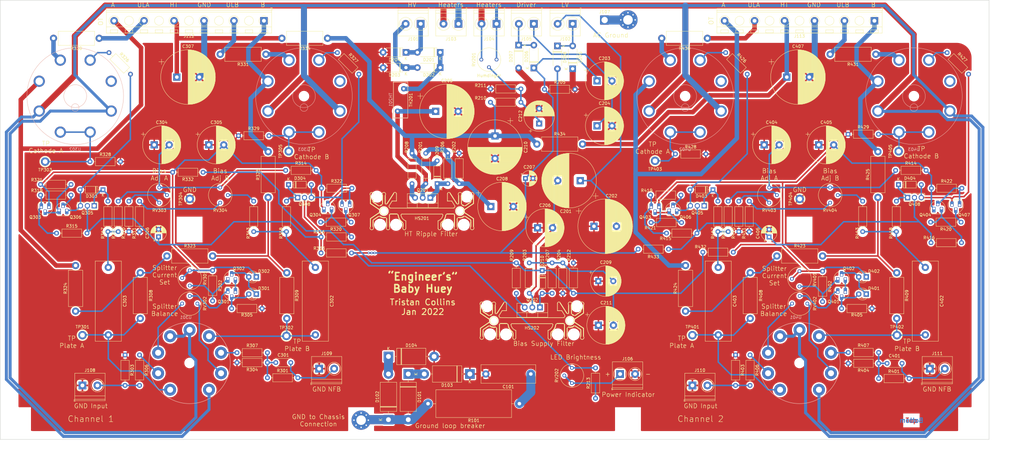
<source format=kicad_pcb>
(kicad_pcb (version 20211014) (generator pcbnew)
  (title_block (title "Engineer's Baby Huey") (date "2022-01-09") (rev "1") (comment 4 "AISLER Project ID: RQTTUKLZ"))
  (layers (0 "F.Cu" signal) (31 "B.Cu" signal) (34 "B.Paste" user) (35 "F.Paste" user) (36 "B.SilkS" user "B.Silkscreen") (37 "F.SilkS" user "F.Silkscreen") (38 "B.Mask" user) (39 "F.Mask" user) (44 "Edge.Cuts" user))
  (net 0 "")
  (net 1 "Net-(C101-Pad1)")
  (net 2 "GNDA")
  (net 3 "/PowerSupply/LV-")
  (net 4 "/PowerSupply/Driver-")
  (net 5 "/V_Driver")
  (net 6 "Net-(C205-Pad1)")
  (net 7 "Net-(C208-Pad1)")
  (net 8 "Net-(C209-Pad2)")
  (net 9 "/V_Bias")
  (net 10 "/PowerSupply/V_elevation")
  (net 11 "/Channel_1/GNFBin")
  (net 12 "Net-(C302-Pad1)")
  (net 13 "Net-(C303-Pad1)")
  (net 14 "Net-(C304-Pad2)")
  (net 15 "/Channel_1/GNFB")
  (net 16 "Net-(C402-Pad1)")
  (net 17 "Net-(C403-Pad1)")
  (net 18 "Net-(C404-Pad2)")
  (net 19 "Net-(D101-Pad1)")
  (net 20 "Net-(D101-Pad2)")
  (net 21 "Net-(D102-Pad2)")
  (net 22 "/PowerSupply/HV+")
  (net 23 "Net-(D201-Pad1)")
  (net 24 "/PowerSupply/HV-")
  (net 25 "/PowerSupply/LV+")
  (net 26 "/PowerSupply/Driver+")
  (net 27 "Net-(D209-Pad1)")
  (net 28 "Net-(D210-Pad2)")
  (net 29 "Net-(D301-Pad2)")
  (net 30 "Net-(D301-Pad1)")
  (net 31 "Net-(D303-Pad1)")
  (net 32 "Net-(D304-Pad1)")
  (net 33 "Net-(D401-Pad1)")
  (net 34 "Net-(D401-Pad2)")
  (net 35 "Net-(D403-Pad1)")
  (net 36 "Net-(D404-Pad1)")
  (net 37 "Heater-")
  (net 38 "Heater+")
  (net 39 "/PowerSupply/PowerLED")
  (net 40 "Net-(J107-Pad1)")
  (net 41 "/Channel_1/PlateB")
  (net 42 "/Channel_1/PlateA")
  (net 43 "/Channel_1/V_neg")
  (net 44 "/Channel_1/V_pos")
  (net 45 "/Channel_1/B+out")
  (net 46 "/Channel_2/GNFBin")
  (net 47 "/Channel_2/GNFB")
  (net 48 "/Channel_2/PlateB")
  (net 49 "/Channel_2/PlateA")
  (net 50 "/Channel_2/V_neg")
  (net 51 "Net-(Q201-Pad3)")
  (net 52 "Net-(Q202-Pad3)")
  (net 53 "/Channel_2/V_pos")
  (net 54 "Net-(Q301-Pad1)")
  (net 55 "Net-(Q302-Pad1)")
  (net 56 "Net-(Q303-Pad3)")
  (net 57 "Net-(Q303-Pad2)")
  (net 58 "Net-(Q304-Pad2)")
  (net 59 "Net-(Q304-Pad3)")
  (net 60 "Net-(Q306-Pad2)")
  (net 61 "Net-(Q307-Pad2)")
  (net 62 "Net-(Q401-Pad1)")
  (net 63 "/Channel_2/B+out")
  (net 64 "Net-(Q402-Pad1)")
  (net 65 "Net-(Q403-Pad2)")
  (net 66 "Net-(Q403-Pad3)")
  (net 67 "Net-(Q404-Pad3)")
  (net 68 "Net-(Q404-Pad2)")
  (net 69 "Net-(Q406-Pad2)")
  (net 70 "Net-(Q407-Pad2)")
  (net 71 "Net-(R306-Pad1)")
  (net 72 "Net-(R307-Pad1)")
  (net 73 "/Channel_1/GridA")
  (net 74 "/Channel_1/GridB")
  (net 75 "Net-(R310-Pad2)")
  (net 76 "Net-(R311-Pad1)")
  (net 77 "Net-(R312-Pad2)")
  (net 78 "Net-(R313-Pad1)")
  (net 79 "Net-(R326-Pad2)")
  (net 80 "Net-(R327-Pad2)")
  (net 81 "Net-(R406-Pad1)")
  (net 82 "Net-(R407-Pad1)")
  (net 83 "/Channel_2/GridA")
  (net 84 "/Channel_2/GridB")
  (net 85 "Net-(R410-Pad2)")
  (net 86 "Net-(R411-Pad1)")
  (net 87 "Net-(R412-Pad2)")
  (net 88 "Net-(R413-Pad1)")
  (net 89 "Net-(R426-Pad2)")
  (net 90 "Net-(R427-Pad2)")
  (net 91 "/Channel_1/Input")
  (net 92 "/Channel_2/Input")
  (net 93 "/Channel_1/B+B")
  (net 94 "/Channel_1/ULB")
  (net 95 "/Channel_1/ULA")
  (net 96 "/Channel_1/B+A")
  (net 97 "/B+")
  (net 102 "/Channel_2/B+B")
  (net 103 "/Channel_2/ULB")
  (net 104 "/Channel_2/ULA")
  (net 105 "/Channel_2/B+A")
  (net 106 "/Channel_1/LTPI")
  (net 107 "/Channel_2/LTPI")
  (net 108 "/Channel_1/B+DriverA")
  (net 109 "/Channel_1/B+DriverB")
  (net 110 "/Channel_1/CathodeA")
  (net 111 "/Channel_1/CathodeB")
  (net 112 "/Channel_1/ScreenA")
  (net 113 "/Channel_1/ScreenB")
  (net 114 "/Channel_2/B+DriverA")
  (net 115 "/Channel_2/B+DriverB")
  (net 116 "/Channel_2/CathodeA")
  (net 117 "/Channel_2/CathodeB")
  (net 118 "/Channel_2/ScreenA")
  (net 119 "/Channel_2/ScreenB")
  (net 120 "/Channel_1/DriverCathodeA")
  (net 121 "/Channel_1/DriverCathodeB")
  (net 122 "/Channel_2/DriverCathodeA")
  (net 123 "/Channel_2/DriverCathodeB")
  (net 124 "/PowerSupply/LVin")
  (footprint "Capacitor_THT:C_Disc_D5.0mm_W2.5mm_P5.00mm" (layer "F.Cu") (at 136.652 171.45)
    (fp_text reference "C301")
    (fp_text value "DNP")
  )
  (footprint "LED_THT:LED_D3.0mm" (layer "F.Cu") (at 130.175 142.875 180)
    (fp_text reference "D302")
    (fp_text value "Red")
  )
  (footprint "Connector_Wire:SolderWire-1.5sqmm_1x01_D1.7mm_OD3mm" (layer "F.Cu") (at 246.38 57.15)
    (fp_text reference "J107")
    (fp_text value "Conn_01x01_Female")
  )
  (footprint "MountingHole:MountingHole_3.2mm_M3" (layer "F.Cu") (at 368.65 190.67)
    (fp_text reference "MH101" hide)
    (fp_text value "MountingHole")
  )
  (footprint "MountingHole:MountingHole_3.2mm_M3" (layer "F.Cu") (at 368.65 57.11)
    (fp_text reference "MH102" hide)
    (fp_text value "MountingHole")
  )
  (footprint "MountingHole:MountingHole_3.2mm_M3" (layer "F.Cu") (at 311.41 127.07)
    (fp_text reference "MH103" hide)
    (fp_text value "MountingHole")
  )
  (footprint "MountingHole:MountingHole_3.2mm_M3" (layer "F.Cu") (at 165.13 57.11)
    (fp_text reference "MH104" hide)
    (fp_text value "MountingHole")
  )
  (footprint "MountingHole:MountingHole_3.2mm_M3" (layer "F.Cu") (at 254.17 190.67)
    (fp_text reference "MH105" hide)
    (fp_text value "MountingHole")
  )
  (footprint "MountingHole:MountingHole_3.2mm_M3" (layer "F.Cu") (at 50.65 190.67)
    (fp_text reference "MH106" hide)
    (fp_text value "MountingHole")
  )
  (footprint "MountingHole:MountingHole_3.2mm_M3" (layer "F.Cu") (at 107.89 127.07)
    (fp_text reference "MH107" hide)
    (fp_text value "MountingHole")
  )
  (footprint "MountingHole:MountingHole_3.2mm_M3" (layer "F.Cu") (at 50.65 57.11)
    (fp_text reference "MH108" hide)
    (fp_text value "MountingHole")
  )
  (footprint "MountingHole:MountingHole_3.2mm_M3_Pad_Via" (layer "F.Cu") (at 165.13 190.67)
    (fp_text reference "MH109" hide)
    (fp_text value "MountingHole_Pad")
  )
  (footprint "MountingHole:MountingHole_3.2mm_M3_Pad_Via" (layer "F.Cu") (at 254.17 57.11)
    (fp_text reference "MH110" hide)
    (fp_text value "MountingHole_Pad")
  )
  (footprint "Package_TO_SOT_THT:TO-251-3_Vertical" (layer "F.Cu") (at 143.9465 116.3955)
    (fp_text reference "Q308")
    (fp_text value "STU9HN65M2")
  )
  (footprint "Potentiometer_THT:Potentiometer_Bourns_3339P_Vertical" (layer "F.Cu") (at 105.41 151.765 -90)
    (fp_text reference "RV302")
    (fp_text value "470r")
  )
  (footprint "TestPoint:TestPoint_Keystone_5005-5009_Compact" (layer "F.Cu") (at 344.49 100.965 90)
    (fp_text reference "TP405")
    (fp_text value "TestPoint")
  )
  (footprint "TestPoint:TestPoint_Keystone_5005-5009_Compact" (layer "F.Cu") (at 311.47 116.84 90)
    (fp_text reference "TP404")
    (fp_text value "TestPoint")
  )
  (footprint "TestPoint:TestPoint_Keystone_5005-5009_Compact" (layer "F.Cu") (at 263.21 104.14 180)
    (fp_text reference "TP403")
    (fp_text value "TestPoint")
  )
  (footprint "TestPoint:TestPoint_Keystone_5005-5009_Compact" (layer "F.Cu") (at 343.916 162.306)
    (fp_text reference "TP402")
    (fp_text value "TestPoint")
  )
  (footprint "TestPoint:TestPoint_Keystone_5005-5009_Compact" (layer "F.Cu") (at 275.656 162.306)
    (fp_text reference "TP401")
    (fp_text value "TestPoint")
  )
  (footprint "Potentiometer_THT:Potentiometer_Bourns_3339P_Vertical" (layer "F.Cu") (at 321.63 113.03 180)
    (fp_text reference "RV404")
    (fp_text value "50k")
  )
  (footprint "Potentiometer_THT:Potentiometer_Bourns_3339P_Vertical" (layer "F.Cu") (at 301.31 113.03 180)
    (fp_text reference "RV403")
    (fp_text value "50k")
  )
  (footprint "Potentiometer_THT:Potentiometer_Bourns_3339P_Vertical" (layer "F.Cu") (at 308.93 151.765 -90)
    (fp_text reference "RV402")
    (fp_text value "470r")
  )
  (footprint "Package_TO_SOT_THT:TO-251-3_Vertical" (layer "F.Cu") (at 347.4665 116.3955)
    (fp_text reference "Q408")
    (fp_text value "STU9HN65M2")
  )
  (footprint "Package_TO_SOT_THT:TO-92_HandSolder" (layer "F.Cu") (at 364.81 118.9355 180)
    (fp_text reference "Q407")
    (fp_text value "2n5551")
  )
  (footprint "Package_TO_SOT_THT:TO-92_HandSolder" (layer "F.Cu") (at 267.909 120.65)
    (fp_text reference "Q406")
    (fp_text value "2n5551")
  )
  (footprint "Package_TO_SOT_THT:TO-251-3_Vertical" (layer "F.Cu") (at 279.593 119.126 180)
    (fp_text reference "Q405")
    (fp_text value "STU9HN65M2")
  )
  (footprint "Package_TO_SOT_THT:TO-92_HandSolder" (layer "F.Cu") (at 356.2375 120.015)
    (fp_text reference "Q404")
    (fp_text value "2n5551")
  )
  (footprint "Package_TO_SOT_THT:TO-92_HandSolder" (layer "F.Cu") (at 264.48 119.634 180)
    (fp_text reference "Q403")
    (fp_text value "2n5551")
  )
  (footprint "Package_TO_SOT_THT:TO-92_HandSolder" (layer "F.Cu") (at 324.17 143.51)
    (fp_text reference "Q402")
    (fp_text value "2n5551")
  )
  (footprint "Package_TO_SOT_THT:TO-92_HandSolder" (layer "F.Cu") (at 326.71 147.955 180)
    (fp_text reference "Q401")
    (fp_text value "2n5551")
  )
  (footprint "LED_THT:LED_D3.0mm" (layer "F.Cu") (at 333.695 142.875 180)
    (fp_text reference "D402")
    (fp_text value "Red")
  )
  (footprint "LED_THT:LED_D3.0mm" (layer "F.Cu") (at 333.695 148.59 180)
    (fp_text reference "D401")
    (fp_text value "Red")
  )
  (footprint "Capacitor_THT:CP_Radial_D18.0mm_P7.50mm" (layer "F.Cu") (at 307.152 76.2)
    (fp_text reference "C407")
    (fp_text value "47u 450V")
  )
  (footprint "Capacitor_THT:C_Disc_D5.0mm_W2.5mm_P5.00mm" (layer "F.Cu") (at 340.614 171.704)
    (fp_text reference "C401")
    (fp_text value "DNP")
  )
  (footprint "Diode_THT:D_DO-201AD_P15.24mm_Horizontal" (layer "F.Cu") (at 174.244 169.418)
    (fp_text reference "D104")
    (fp_text value "SF51-B")
  )
  (footprint "Diode_THT:D_DO-201AD_P15.24mm_Horizontal" (layer "F.Cu") (at 201.422 175.26 180)
    (fp_text reference "D103")
    (fp_text value "SF51-B")
  )
  (footprint "Diode_THT:D_DO-201AD_P15.24mm_Horizontal" (layer "F.Cu") (at 174.244 190.5 90)
    (fp_text reference "D102")
    (fp_text value "SF51-B")
  )
  (footprint "Diode_THT:D_DO-201AD_P15.24mm_Horizontal" (layer "F.Cu") (at 180.848 175.26 -90)
    (fp_text reference "D101")
    (fp_text value "SF51-B")
  )
  (footprint "Capacitor_THT:C_Rect_L18.0mm_W6.0mm_P15.00mm_FKS3_FKP3" (layer "F.Cu") (at 221.742 175.26 180)
    (fp_text reference "C101")
    (fp_text value "100n X class")
  )
  (footprint "TestPoint:TestPoint_Keystone_5005-5009_Compact" (layer "F.Cu") (at 140.97 100.965 90)
    (fp_text reference "TP305")
    (fp_text value "TestPoint")
  )
  (footprint "TestPoint:TestPoint_Keystone_5005-5009_Compact" (layer "F.Cu") (at 107.95 116.84 90)
    (fp_text reference "TP304")
    (fp_text value "TestPoint")
  )
  (footprint "TestPoint:TestPoint_Keystone_5005-5009_Compact" (layer "F.Cu") (at 59.69 104.394 180)
    (fp_text reference "TP303")
    (fp_text value "TestPoint")
  )
  (footprint "Package_TO_SOT_THT:TO-92_HandSolder" (layer "F.Cu") (at 152.7175 120.015)
    (fp_text reference "Q304")
    (fp_text value "2n5551")
  )
  (footprint "TerminalBlock_Phoenix:TerminalBlock_Phoenix_PT-1,5-2-5.0-H_1x02_P5.00mm_Horizontal" (layer "F.Cu") (at 184.992 58.42 180)
    (fp_text reference "J101")
    (fp_text value "Screw_Terminal_01x02")
  )
  (footprint "TerminalBlock_Phoenix:TerminalBlock_Phoenix_PT-1,5-2-5.0-H_1x02_P5.00mm_Horizontal" (layer "F.Cu") (at 235.712 58.42 180)
    (fp_text reference "J102")
    (fp_text value "Screw_Terminal_01x02")
  )
  (footprint "TerminalBlock_Phoenix:TerminalBlock_Phoenix_PT-1,5-2-5.0-H_1x02_P5.00mm_Horizontal" (layer "F.Cu") (at 197.612 58.42 180)
    (fp_text reference "J103")
    (fp_text value "Screw_Terminal_01x02")
  )
  (footprint "TerminalBlock_Phoenix:TerminalBlock_Phoenix_PT-1,5-2-5.0-H_1x02_P5.00mm_Horizontal" (layer "F.Cu") (at 210.312 58.42 180)
    (fp_text reference "J104")
    (fp_text value "Screw_Terminal_01x02")
  )
  (footprint "TerminalBlock_Phoenix:TerminalBlock_Phoenix_PT-1,5-2-5.0-H_1x02_P5.00mm_Horizontal" (layer "F.Cu") (at 222.758 58.42 180)
    (fp_text reference "J105")
    (fp_text value "Screw_Terminal_01x02")
  )
  (footprint "TerminalBlock_Phoenix:TerminalBlock_Phoenix_PT-1,5-2-5.0-H_1x02_P5.00mm_Horizontal" (layer "F.Cu") (at 72.136 179.078)
    (fp_text reference "J108")
    (fp_text value "Screw_Terminal_01x02")
  )
  (footprint "TerminalBlock_Phoenix:TerminalBlock_Phoenix_PT-1,5-2-5.0-H_1x02_P5.00mm_Horizontal" (layer "F.Cu") (at 151.13 173.49)
    (fp_text reference "J109")
    (fp_text value "Screw_Terminal_01x02")
  )
  (footprint "TerminalBlock_Phoenix:TerminalBlock_Phoenix_PT-1,5-2-5.0-H_1x02_P5.00mm_Horizontal" (layer "F.Cu") (at 354.878 173.49)
    (fp_text reference "J111")
    (fp_text value "Screw_Terminal_01x02")
  )
  (footprint "TerminalBlock_RND:TerminalBlock_RND_205-00302_1x06_P10.00mm_Horizontal" (layer "F.Cu") (at 132.696 57.404 180)
    (fp_text reference "J112")
    (fp_text value "Screw_Terminal_01x06")
  )
  (footprint "TerminalBlock_RND:TerminalBlock_RND_205-00302_1x06_P10.00mm_Horizontal" (layer "F.Cu") (at 336.404 57.404 180)
    (fp_text reference "J113")
    (fp_text value "Screw_Terminal_01x06")
  )
  (footprint "Diode_THT:D_DO-41_SOD81_P7.62mm_Horizontal" (layer "F.Cu") (at 230.632 65.786 -90)
    (fp_text reference "D208")
    (fp_text value "UF4007")
  )
  (footprint "Resistor_THT:R_Axial_DIN0207_L6.3mm_D2.5mm_P10.16mm_Horizontal" (layer "F.Cu") (at 208.28 84.582)
    (fp_text reference "R210")
    (fp_text value "330k")
  )
  (footprint "Resistor_THT:R_Axial_DIN0207_L6.3mm_D2.5mm_P10.16mm_Horizontal" (layer "F.Cu") (at 218.44 80.137 180)
    (fp_text reference "R211")
    (fp_text value "47k")
  )
  (footprint "Resistor_THT:R_Axial_DIN0207_L6.3mm_D2.5mm_P10.16mm_Horizontal" (layer "F.Cu") (at 133.858 176.53)
    (fp_text reference "R301")
    (fp_text value "DNP")
  )
  (footprint "Resistor_THT:R_Axial_DIN0207_L6.3mm_D2.5mm_P10.16mm_Horizontal" (layer "F.Cu") (at 133.858 171.45 180)
    (fp_text reference "R304")
    (fp_text value "470r")
  )
  (footprint "Resistor_THT:R_Axial_DIN0207_L6.3mm_D2.5mm_P10.16mm_Horizontal" (layer "F.Cu") (at 91.186 168.91 -90)
    (fp_text reference "R306")
    (fp_text value "1k")
  )
  (footprint "Resistor_THT:R_Axial_DIN0207_L6.3mm_D2.5mm_P10.16mm_Horizontal" (layer "F.Cu") (at 151.765 129.54)
    (fp_text reference "R316")
    (fp_text value "220k")
  )
  (footprint "Resistor_THT:R_Axial_DIN0207_L6.3mm_D2.5mm_P10.16mm_Horizontal" (layer "F.Cu") (at 161.798 124.587 180)
    (fp_text reference "R320")
    (fp_text value "100r")
  )
  (footprint "Resistor_THT:R_Axial_DIN0207_L6.3mm_D2.5mm_P10.16mm_Horizontal" (layer "F.Cu") (at 151.892 113.284)
    (fp_text reference "R322")
    (fp_text value "390r")
  )
  (footprint "Resistor_THT:R_Axial_DIN0414_L11.9mm_D4.5mm_P15.24mm_Horizontal" (layer "F.Cu") (at 100.33 135.89)
    (fp_text reference "R323")
    (fp_text value "DOT 2W")
  )
  (footprint "Resistor_THT:R_Axial_DIN0207_L6.3mm_D2.5mm_P10.16mm_Horizontal" (layer "F.Cu") (at 88.174103 75.220103 135)
    (fp_text reference "R326")
    (fp_text value "1k")
  )
  (footprint "Resistor_THT:R_Axial_DIN0207_L6.3mm_D2.5mm_P10.16mm_Horizontal" (layer "F.Cu") (at 164.374103 75.22 135)
    (fp_text reference "R327")
    (fp_text value "1k")
  )
  (footprint "Resistor_THT:R_Axial_DIN0207_L6.3mm_D2.5mm_P10.16mm_Horizontal" (layer "F.Cu") (at 74.676 104.394)
    (fp_text reference "R328")
    (fp_text value "10r 1%")
  )
  (footprint "Resistor_THT:R_Axial_DIN0207_L6.3mm_D2.5mm_P10.16mm_Horizontal" (layer "F.Cu") (at 124.206 95.758)
    (fp_text reference "R329")
    (fp_text value "10r 1%")
  )
  (footprint "Resistor_THT:R_Axial_DIN0414_L11.9mm_D4.5mm_P15.24mm_Horizontal" (layer "F.Cu") (at 77.724 63.246 180)
    (fp_text reference "R330")
    (fp_text value "1k 2W")
  )
  (footprint "Resistor_THT:R_Axial_DIN0414_L11.9mm_D4.5mm_P15.24mm_Horizontal" (layer "F.Cu") (at 133.35 68.58 180)
    (fp_text reference "R331")
    (fp_text value "1k 2W")
  )
  (footprint "Resistor_THT:R_Axial_DIN0207_L6.3mm_D2.5mm_P10.16mm_Horizontal" (layer "F.Cu") (at 337.82 176.784)
    (fp_text reference "R401")
    (fp_text value "DNP")
  )
  (footprint "Resistor_THT:R_Axial_DIN0207_L6.3mm_D2.5mm_P10.16mm_Horizontal" (layer "F.Cu") (at 319.09 151.13 90)
    (fp_text reference "R402")
    (fp_text value "680r")
  )
  (footprint "Resistor_THT:R_Axial_DIN0207_L6.3mm_D2.5mm_P10.16mm_Horizontal" (layer "F.Cu") (at 290.068 168.91 -90)
    (fp_text reference "R403")
    (fp_text value "100k")
  )
  (footprint "Resistor_THT:R_Axial_DIN0207_L6.3mm_D2.5mm_P10.16mm_Horizontal" (layer "F.Cu") (at 337.82 171.704 180)
    (fp_text reference "R404")
    (fp_text value "470r")
  )
  (footprint "Resistor_THT:R_Axial_DIN0207_L6.3mm_D2.5mm_P10.16mm_Horizontal" (layer "F.Cu") (at 325.44 153.416)
    (fp_text reference "R405")
    (fp_text value "47k")
  )
  (footprint "Resistor_THT:R_Axial_DIN0207_L6.3mm_D2.5mm_P10.16mm_Horizontal" (layer "F.Cu") (at 294.894 168.91 -90)
    (fp_text reference "R406")
    (fp_text value "1k")
  )
  (footprint "Resistor_THT:R_Axial_DIN0207_L6.3mm_D2.5mm_P10.16mm_Horizontal" (layer "F.Cu") (at 327.66 168.0845)
    (fp_text reference "R407")
    (fp_text value "1k")
  )
  (footprint "Resistor_THT:R_Axial_DIN0414_L11.9mm_D4.5mm_P15.24mm_Horizontal" (layer "F.Cu") (at 294.96 156.718 90)
    (fp_text reference "R408")
    (fp_text value "220k 2W")
  )
  (footprint "Resistor_THT:R_Axial_DIN0414_L11.9mm_D4.5mm_P15.24mm_Horizontal" (layer "F.Cu") (at 343.855 141.478 -90)
    (fp_text reference "R409")
    (fp_text value "220k 2W")
  )
  (footprint "Resistor_THT:R_Axial_DIN0207_L6.3mm_D2.5mm_P10.16mm_Horizontal" (layer "F.Cu") (at 291.15 127.762 90)
    (fp_text reference "R410")
    (fp_text value "1k")
  )
  (footprint "Resistor_THT:R_Axial_DIN0207_L6.3mm_D2.5mm_P10.16mm_Horizontal" (layer "F.Cu") (at 294.64 117.602 -90)
    (fp_text reference "R411")
    (fp_text value "1k")
  )
  (footprint "Resistor_THT:R_Axial_DIN0207_L6.3mm_D2.5mm_P10.16mm_Horizontal" (layer "F.Cu") (at 287.594 127.762 90)
    (fp_text reference "R412")
    (fp_text value "1Meg")
  )
  (footprint "Resistor_THT:R_Axial_DIN0207_L6.3mm_D2.5mm_P10.16mm_Horizontal" (layer "F.Cu") (at 332.486 117.602 -90)
    (fp_text reference "R413")
    (fp_text value "1Meg")
  )
  (footprint "Resistor_THT:R_Axial_DIN0207_L6.3mm_D2.5mm_P10.16mm_Horizontal" (layer "F.Cu") (at 343.474 107.315)
    (fp_text reference "R414")
    (fp_text value "22k")
  )
  (footprint "Resistor_THT:R_Axial_DIN0207_L6.3mm_D2.5mm_P10.16mm_Horizontal" (layer "F.Cu") (at 267.02 128.27)
    (fp_text reference "R415")
    (fp_text value "220k")
  )
  (footprint "Resistor_THT:R_Axial_DIN0207_L6.3mm_D2.5mm_P10.16mm_Horizontal" (layer "F.Cu") (at 355.285 131.445)
    (fp_text reference "R416")
    (fp_text value "220k")
  )
  (footprint "Resistor_THT:R_Axial_DIN0207_L6.3mm_D2.5mm_P10.16mm_Horizontal" (layer "F.Cu") (at 284.165 127.762 90)
    (fp_text reference "R417")
    (fp_text value "100r")
  )
  (footprint "Resistor_THT:R_Axial_DIN0207_L6.3mm_D2.5mm_P10.16mm_Horizontal" (layer "F.Cu") (at 343.728 127.762 90)
    (fp_text reference "R418")
    (fp_text value "100r")
  )
  (footprint "Resistor_THT:R_Axial_DIN0207_L6.3mm_D2.5mm_P10.16mm_Horizontal" (layer "F.Cu") (at 261.686 115.57)
    (fp_text reference "R419")
    (fp_text value "100r")
  )
  (footprint "Resistor_THT:R_Axial_DIN0207_L6.3mm_D2.5mm_P10.16mm_Horizontal" (layer "F.Cu") (at 365.318 124.587 180)
    (fp_text reference "R420")
    (fp_text value "100r")
  )
  (footprint "Resistor_THT:R_Axial_DIN0207_L6.3mm_D2.5mm_P10.16mm_Horizontal" (layer "F.Cu") (at 272.034 124.714 180)
    (fp_text reference "R421")
    (fp_text value "390r")
  )
  (footprint "Resistor_THT:R_Axial_DIN0207_L6.3mm_D2.5mm_P10.16mm_Horizontal" (layer "F.Cu") (at 355.412 113.284)
    (fp_text reference "R422")
    (fp_text value "390r")
  )
  (footprint "Resistor_THT:R_Axial_DIN0414_L11.9mm_D4.5mm_P15.24mm_Horizontal" (layer "F.Cu") (at 303.85 135.89)
    (fp_text reference "R423")
    (fp_text value "DOT 2W")
  )
  (footprint "Resistor_THT:R_Axial_DIN0414_L11.9mm_D4.5mm_P15.24mm_Horizontal" (layer "F.Cu") (at 273.37 154.305 90)
    (fp_text reference "R424")
    (fp_text value "47k 2W")
  )
  (footprint "Resistor_THT:R_Axial_DIN0414_L11.9mm_D4.5mm_P15.24mm_Horizontal" (layer "F.Cu") (at 337.566 116.332 90)
    (fp_text reference "R425")
    (fp_text value "47k 2W")
  )
  (footprint "Resistor_THT:R_Axial_DIN0207_L6.3mm_D2.5mm_P10.16mm_Horizontal" (layer "F.Cu") (at 293.950205 75.22 135)
    (fp_text reference "R426")
    (fp_text value "1k")
  )
  (footprint "Resistor_THT:R_Axial_DIN0207_L6.3mm_D2.5mm_P10.16mm_Horizontal" (layer "F.Cu") (at 367.828103 75.22 135)
    (fp_text reference "R427")
    (fp_text value "1k")
  )
  (footprint "Resistor_THT:R_Axial_DIN0207_L6.3mm_D2.5mm_P10.16mm_Horizontal" (layer "F.Cu") (at 270.002 101.854)
    (fp_text reference "R428")
    (fp_text value "10r 1%")
  )
  (footprint "Resistor_THT:R_Axial_DIN0207_L6.3mm_D2.5mm_P10.16mm_Horizontal" (layer "F.Cu") (at 327.599 95.25)
    (fp_text reference "R429")
    (fp_text value "10r 1%")
  )
  (footprint "Resistor_THT:R_Axial_DIN0414_L11.9mm_D4.5mm_P15.24mm_Horizontal" (layer "F.Cu") (at 336.87 68.58 180)
    (fp_text reference "R431")
    (fp_text value "1k 2W")
  )
  (footprint "Resistor_THT:R_Axial_DIN0207_L6.3mm_D2.5mm_P10.16mm_Horizontal" (layer "F.Cu") (at 58.166 115.57)
    (fp_text reference "R319")
    (fp_text value "100r")
  )
  (footprint "Resistor_THT:R_Axial_DIN0207_L6.3mm_D2.5mm_P10.16mm_Horizontal" (layer "F.Cu") (at 80.645 127.762 90)
    (fp_text reference "R317")
    (fp_text value "100r")
  )
  (footprint "Resistor_THT:R_Axial_DIN0207_L6.3mm_D2.5mm_P10.16mm_Horizontal" (layer "F.Cu") (at 87.63 127.762 90)
    (fp_text reference "R310")
    (fp_text value "1k")
  )
  (footprint "Package_TO_SOT_THT:TO-92_HandSolder" (layer "F.Cu") (at 64.389 120.65)
    (fp_text reference "Q306")
    (fp_text value "2n5551")
  )
  (footprint "Package_TO_SOT_THT:TO-92_HandSolder" (layer "F.Cu") (at 60.96 119.634 180)
    (fp_text reference "Q303")
    (fp_text value "2n5551")
  )
  (footprint "Potentiometer_THT:Potentiometer_Bourns_3339P_Vertical" (layer "F.Cu") (at 97.79 113.03 180)
    (fp_text reference "RV303")
    (fp_text value "50k")
  )
  (footprint "Resistor_THT:R_Axial_DIN0207_L6.3mm_D2.5mm_P10.16mm_Horizontal" (layer "F.Cu") (at 68.326 112.014 180)
    (fp_text reference "R321")
    (fp_text value "390r")
  )
  (footprint "Diode_THT:D_DO-41_SOD81_P7.62mm_Horizontal" (layer "F.Cu") (at 180.086 67.945 180)
    (fp_text reference "D204")
    (fp_text value "UF4007")
  )
  (footprint "Diode_THT:D_DO-41_SOD81_P7.62mm_Horizontal" (layer "F.Cu") (at 180.086 73.025 180)
    (fp_text reference "D203")
    (fp_text value "UF4007")
  )
  (footprint "Diode_THT:D_DO-41_SOD81_P7.62mm_Horizontal" (layer "F.Cu") (at 191.516 73.025 180)
    (fp_text reference "D202")
    (fp_text value "UF4007")
  )
  (footprint "Diode_THT:D_DO-41_SOD81_P7.62mm_Horizontal" (layer "F.Cu") (at 191.516 67.945 180)
    (fp_text reference "D201")
    (fp_text value "UF4007")
  )
  (footprint "Resistor_THT:R_Axial_DIN0414_L11.9mm_D4.5mm_P15.24mm_Horizontal" (layer "F.Cu") (at 153.924 63.246 180)
    (fp_text reference "R334")
    (fp_text value "10r 2W")
  )
  (footprint "TC Valves:HSE-B20250-040H" (layer "F.Cu") (at 185.42 120.904)
    (fp_text reference "HS201")
    (fp_text value "HSE-B20250-040H")
  )
  (footprint "TC Valves:RV_Disc_D12mm_W4.8mm_P7.5mm_TC" (layer "F.Cu") (at 177.283 87.57 90)
    (fp_text reference "TH201")
    (fp_text value "CL140")
  )
  (footprint "Capacitor_THT:CP_Radial_D18.0mm_P7.50mm" (layer "F.Cu") (at 189.992 87.63)
    (fp_text reference "C205")
    (fp_text value "47u 450V")
  )
  (footprint "Capacitor_THT:CP_Radial_D16.0mm_P7.50mm" (layer "F.Cu") (at 208.4 119.38)
    (fp_text reference "C208")
    (fp_text value "10u 450V")
  )
  (footprint "Capacitor_THT:CP_Radial_D12.5mm_P5.00mm" (layer "F.Cu") (at 244.310041 159.004)
    (fp_text reference "C211")
    (fp_text value "47u 160V")
  )
  (footprint "Capacitor_THT:C_Rect_L26.5mm_W8.5mm_P22.50mm_MKS4" (layer "F.Cu") (at 353.38 139.7 -90)
    (fp_text reference "C402")
    (fp_text value "220n 630V")
  )
  (footprint "Capacitor_THT:C_Rect_L26.5mm_W8.5mm_P22.50mm_MKS4" (layer "F.Cu") (at 284.292 139.7 -90)
    (fp_text reference "C403")
    (fp_text value "220n 630V")
  )
  (footprint "Capacitor_THT:CP_Radial_D12.5mm_P5.00mm" (layer "F.Cu") (at 299.612 98.806)
    (fp_text reference "C404")
    (fp_text value "47u 160V")
  )
  (footprint "Capacitor_THT:CP_Radial_D12.5mm_P5.00mm" (layer "F.Cu") (at 317.82 98.806)
    (fp_text reference "C405")
    (fp_text value "47u 160V")
  )
  (footprint "Diode_THT:D_DO-35_SOD27_P7.62mm_Horizontal" (layer "F.Cu") (at 140.9065 112.0775)
    (fp_text reference "D304")
    (fp_text value "BZX79C10")
  )
  (footprint "Diode_THT:D_DO-35_SOD27_P7.62mm_Horizontal" (layer "F.Cu") (at 282.514 113.792 180)
    (fp_text reference "D403")
    (fp_text value "BZX79C10")
  )
  (footprint "Diode_THT:D_DO-35_SOD27_P7.62mm_Horizontal" (layer "F.Cu") (at 344.4265 112.0775)
    (fp_text reference "D404")
    (fp_text value "BZX79C10")
  )
  (footprint "Resistor_THT:R_Axial_Power_L25.0mm_W9.0mm_P30.48mm" (layer "F.Cu") (at 217.932 185.166 180)
    (fp_text reference "R101")
    (fp_text value "10r 5W")
  )
  (footprint "Capacitor_THT:CP_Radial_D18.0mm_P7.50mm" (layer "F.Cu") (at 238.252 110.744 180)
    (fp_text reference "C201")
    (fp_text value "470u 100V")
  )
  (footprint "Capacitor_THT:CP_Radial_D18.0mm_P7.50mm" (layer "F.Cu") (at 242.824 125.984)
    (fp_text reference "C202")
    (fp_text value "470u 100V")
  )
  (footprint "Capacitor_THT:CP_Radial_D12.5mm_P5.00mm" (layer "F.Cu") (at 243.84 92.456)
    (fp_text reference "C204")
    (fp_text value "2200u 25V")
  )
  (footprint "Capacitor_THT:CP_Radial_D12.5mm_P5.00mm" (layer "F.Cu") (at 243.84 77.47)
    (fp_text reference "C203")
    (fp_text value "2200u 25V")
  )
  (footprint "Capacitor_THT:CP_Radial_D10.0mm_P5.00mm" (layer "F.Cu") (at 224.536 91.694 90)
    (fp_text reference "C212")
    (fp_text value "10u 200V")
  )
  (footprint "Resistor_THT:R_Axial_DIN0207_L6.3mm_D2.5mm_P10.16mm_Horizontal" (layer "F.Cu") (at 194.056 111.76 90)
    (fp_text reference "R206")
    (fp_text value "100r")
  )
  (footprint "Resistor_THT:R_Axial_DIN0207_L6.3mm_D2.5mm_P10.16mm_Horizontal" (layer "F.Cu") (at 197.866 111.76 90)
    (fp_text reference "R202")
    (fp_text value "1Meg")
  )
  (footprint "Resistor_THT:R_Axial_DIN0207_L6.3mm_D2.5mm_P10.16mm_Horizontal" (layer "F.Cu") (at 186.69 111.76 90)
    (fp_text reference "R201")
    (fp_text value "22k")
  )
  (footprint "Package_TO_SOT_THT:TO-220-3_Vertical" (layer "F.Cu") (at 188.214 116.459 180)
    (fp_text reference "Q201")
    (fp_text value "FQPF8N60C")
  )
  (footprint "Resistor_THT:R_Axial_DIN0207_L6.3mm_D2.5mm_P10.16mm_Horizontal" (layer "F.Cu") (at 139.954 107.315)
    (fp_text reference "R314")
    (fp_text value "22k")
  )
  (footprint "Capacitor_THT:C_Rect_L26.5mm_W8.5mm_P22.50mm_MKS4" (layer "F.Cu") (at 80.772 139.7 -90)
    (fp_text reference "C303")
    (fp_text value "220n 630V")
  )
  (footprint "Capacitor_THT:C_Rect_L26.5mm_W8.5mm_P22.50mm_MKS4" (layer "F.Cu") (at 149.86 139.7 -90)
    (fp_text reference "C302")
    (fp_text value "220n 630V")
  )
  (footprint "Diode_THT:D_DO-35_SOD27_P7.62mm_Horizontal" (layer "F.Cu") (at 190.5 111.76 90)
    (fp_text reference "D209")
    (fp_text value "BZX79C10")
  )
  (footprint "Resistor_THT:R_Axial_DIN0414_L11.9mm_D4.5mm_P15.24mm_Horizontal" (layer "F.Cu") (at 69.85 154.305 90)
    (fp_text reference "R324")
    (fp_text value "47k 2W")
  )
  (footprint "LED_THT:LED_D3.0mm" (layer "F.Cu") (at 130.175 148.59 180)
    (fp_text reference "D301")
    (fp_text value "Red")
  )
  (footprint "Resistor_THT:R_Axial_DIN0207_L6.3mm_D2.5mm_P10.16mm_Horizontal" (layer "F.Cu") (at 123.698 168.148)
    (fp_text reference "R307")
    (fp_text value "1k")
  )
  (footprint "Package_TO_SOT_THT:TO-92_HandSolder" (layer "F.Cu") (at 120.65 143.51)
    (fp_text reference "Q302")
    (fp_text value "2n5551")
  )
  (footprint "Resistor_THT:R_Axial_DIN0207_L6.3mm_D2.5mm_P10.16mm_Horizontal" (layer "F.Cu") (at 121.92 153.416)
    (fp_text reference "R305")
    (fp_text value "47k")
  )
  (footprint "Package_TO_SOT_THT:TO-92_HandSolder" (layer "F.Cu") (at 123.19 147.955 180)
    (fp_text reference "Q301")
    (fp_text value "2n5551")
  )
  (footprint "Resistor_THT:R_Axial_DIN0414_L11.9mm_D4.5mm_P15.24mm_Horizontal" (layer "F.Cu") (at 91.44 156.718 90)
    (fp_text reference "R308")
    (fp_text value "220k 2W")
  )
  (footprint "TestPoint:TestPoint_Keystone_5005-5009_Compact" (layer "F.Cu") (at 72.136 162.306)
    (fp_text reference "TP301")
    (fp_text value "TestPoint")
  )
  (footprint "Resistor_THT:R_Axial_DIN0207_L6.3mm_D2.5mm_P10.16mm_Horizontal" (layer "F.Cu") (at 112.395 107.95 180)
    (fp_text reference "R332")
    (fp_text value "270r")
  )
  (footprint "Resistor_THT:R_Axial_DIN0207_L6.3mm_D2.5mm_P10.16mm_Horizontal" (layer "F.Cu") (at 161.925 134.874 180)
    (fp_text reference "R333")
    (fp_text value "270r")
  )
  (footprint "Resistor_THT:R_Axial_DIN0207_L6.3mm_D2.5mm_P10.16mm_Horizontal" (layer "F.Cu") (at 279.146 134.62)
    (fp_text reference "R432")
    (fp_text value "270r")
  )
  (footprint "Resistor_THT:R_Axial_DIN0207_L6.3mm_D2.5mm_P10.16mm_Horizontal" (layer "F.Cu") (at 257.556 133.604)
    (fp_text reference "R433")
    (fp_text value "270r")
  )
  (footprint "Diode_THT:D_DO-41_SOD81_P7.62mm_Horizontal" (layer "F.Cu") (at 235.712 73.406 90)
    (fp_text reference "D205")
    (fp_text value "UF4007")
  )
  (footprint "Resistor_THT:R_Axial_DIN0207_L6.3mm_D2.5mm_P10.16mm_Horizontal" (layer "F.Cu") (at 84.074 127.762 90)
    (fp_text reference "R312")
    (fp_text value "1Meg")
  )
  (footprint "Capacitor_THT:CP_Radial_D12.5mm_P5.00mm" (layer "F.Cu") (at 96.092 98.806)
    (fp_text reference "C304")
    (fp_text value "47u 160V")
  )
  (footprint "Resistor_THT:R_Axial_DIN0207_L6.3mm_D2.5mm_P10.16mm_Horizontal" (layer "F.Cu") (at 63.5 128.27)
    (fp_text reference "R315")
    (fp_text value "220k")
  )
  (footprint "Package_TO_SOT_THT:TO-251-3_Vertical" (layer "F.Cu") (at 76.073 119.126 180)
    (fp_text reference "Q305")
    (fp_text value "STU9HN65M2")
  )
  (footprint "Diode_THT:D_DO-41_SOD81_P7.62mm_Horizontal" (layer "F.Cu") (at 217.678 65.532 -90)
    (fp_text reference "D207")
    (fp_text value "UF4007")
  )
  (footprint "Package_TO_SOT_THT:TO-92_HandSolder" (layer "F.Cu") (at 161.29 118.9355 180)
    (fp_text reference "Q307")
    (fp_text value "2n5551")
  )
  (footprint "Capacitor_THT:CP_Radial_D5.0mm_P2.50mm" (layer "F.Cu") (at 97.536 129.475112 90)
    (fp_text reference "C306")
    (fp_text value "47u 25V")
  )
  (footprint "Capacitor_THT:CP_Radial_D12.5mm_P5.00mm" (layer "F.Cu") (at 114.3 98.806)
    (fp_text reference "C305")
    (fp_text value "47u 160V")
  )
  (footprint "Capacitor_THT:CP_Radial_D18.0mm_P7.50mm" (layer "F.Cu") (at 103.632 76.2)
    (fp_text reference "C307")
    (fp_text value "47u 450V")
  )
  (footprint "Capacitor_THT:CP_Radial_D12.5mm_P5.00mm" (layer "F.Cu") (at 223.990041 126.492)
    (fp_text reference "C206")
    (fp_text value "47u 160V")
  )
  (footprint "Resistor_THT:R_Axial_DIN0207_L6.3mm_D2.5mm_P10.16mm_Horizontal" (layer "F.Cu") (at 182.118 101.6 -90)
    (fp_text reference "R208")
    (fp_text value "22r")
  )
  (footprint "Diode_THT:D_DO-41_SOD81_P7.62mm_Horizontal" (layer "F.Cu") (at 222.758 73.152 90)
    (fp_text reference "D206")
    (fp_text value "UF4007")
  )
  (footprint "Capacitor_THT:CP_Radial_D5.0mm_P2.50mm" (layer "F.Cu") (at 219.964 109.982)
    (fp_text reference "C207")
    (fp_text value "47u 25V")
  )
  (footprint "Resistor_THT:R_Axial_DIN0207_L6.3mm_D2.5mm_P10.16mm_Horizontal" (layer "F.Cu") (at 226.314 80.264)
    (fp_text reference "R205")
    (fp_text value "330k")
  )
  (footprint "Capacitor_THT:CP_Radial_D18.0mm_P7.50mm" (layer "F.Cu") (at 209.804 95.83622 -90)
    (fp_text reference "C210")
    (fp_text value "47u 450V")
  )
  (footprint "Diode_THT:D_DO-35_SOD27_P7.62mm_Horizontal" (layer "F.Cu") (at 225.552 140.716 -90)
    (fp_text reference "D210")
    (fp_text value "BZX79C10")
  )
  (footprint "Resistor_THT:R_Axial_DIN0207_L6.3mm_D2.5mm_P10.16mm_Horizontal" (layer "F.Cu") (at 235.966 148.336 90)
    (fp_text reference "R212")
    (fp_text value "330k")
  )
  (footprint "Resistor_THT:R_Axial_DIN0207_L6.3mm_D2.5mm_P10.16mm_Horizontal" (layer "F.Cu") (at 216.916 138.176 -90)
    (fp_text reference "R209")
    (fp_text value "10r")
  )
  (footprint "Resistor_THT:R_Axial_DIN0207_L6.3mm_D2.5mm_P10.16mm_Horizontal" (layer "F.Cu") (at 228.854 148.336 90)
    (fp_text reference "R207")
    (fp_text value "100r")
  )
  (footprint "Resistor_THT:R_Axial_DIN0207_L6.3mm_D2.5mm_P10.16mm_Horizontal" (layer "F.Cu") (at 232.41 138.176 -90)
    (fp_text reference "R204")
    (fp_text value "1Meg")
  )
  (footprint "Resistor_THT:R_Axial_DIN0207_L6.3mm_D2.5mm_P10.16mm_Horizontal" (layer "F.Cu") (at 221.234 148.336 90)
    (fp_text reference "R203")
    (fp_text value "22k")
  )
  (footprint "Package_TO_SOT_THT:TO-220-3_Vertical" (layer "F.Cu") (at 224.79 153.035 180)
    (fp_text reference "Q202")
    (fp_text value "FQPF7P20")
  )
  (footprint "Capacitor_THT:CP_Radial_D10.0mm_P5.00mm" (layer "F.Cu") (at 244.266323 144.272)
    (fp_text reference "C209")
    (fp_text value "10u 160V")
  )
  (footprint "TC Valves:HSE-B20250-040H" (layer "F.Cu") (at 222.123 157.48)
    (fp_text reference "HS202")
    (fp_text value "HSE-B20250-040H")
  )
  (footprint "Resistor_THT:R_Axial_DIN0207_L6.3mm_D2.5mm_P10.16mm_Horizontal" (layer "F.Cu") (at 140.208 127.762 90)
    (fp_text reference "R318")
    (fp_text value "100r")
  )
  (footprint "Resistor_THT:R_Axial_DIN0207_L6.3mm_D2.5mm_P10.16mm_Horizontal" (layer "F.Cu") (at 91.186 117.602 -90)
    (fp_text reference "R311")
    (fp_text value "1k")
  )
  (footprint "Resistor_THT:R_Axial_DIN0414_L11.9mm_D4.5mm_P15.24mm_Horizontal" (layer "F.Cu") (at 134.112 116.332 90)
    (fp_text reference "R325")
    (fp_text value "47k 2W")
  )
  (footprint "Resistor_THT:R_Axial_DIN0207_L6.3mm_D2.5mm_P10.16mm_Horizontal" (layer "F.Cu") (at 129.286 117.602 -90)
    (fp_text reference "R313")
    (fp_text value "1Meg")
  )
  (footprint "Resistor_THT:R_Axial_DIN0414_L11.9mm_D4.5mm_P15.24mm_Horizontal" (layer "F.Cu") (at 140.335 141.478 -90)
    (fp_text reference "R309")
    (fp_text value "220k 2W")
  )
  (footprint "TestPoint:TestPoint_Keystone_5005-5009_Compact" (layer "F.Cu") (at 140.208 162.56)
    (fp_text reference "TP302")
    (fp_text value "TestPoint")
  )
  (footprint "Potentiometer_THT:Potentiometer_Bourns_3339P_Vertical" (layer "F.Cu") (at 118.11 113.03 180)
    (fp_text reference "RV304")
    (fp_text value "50k")
  )
  (footprint "Diode_THT:D_DO-35_SOD27_P7.62mm_Horizontal" (layer "F.Cu") (at 78.994 113.792 180)
    (fp_text reference "D303")
    (fp_text value "BZX79C10")
  )
  (footprint "Resistor_THT:R_Axial_DIN0207_L6.3mm_D2.5mm_P10.16mm_Horizontal" (layer "F.Cu") (at 115.57 150.876 90)
    (fp_text reference "R302")
    (fp_text value "680r")
  )
  (footprint "Potentiometer_THT:Potentiometer_Bourns_3339P_Vertical" (layer "F.Cu") (at 235.458 178.308)
    (fp_text reference "RV202")
    (fp_text value "50k")
  )
  (footprint "TerminalBlock_Phoenix:TerminalBlock_Phoenix_PT-1,5-2-5.0-H_1x02_P5.00mm_Horizontal" (layer "F.Cu") (at 251.54 175.268)
    (fp_text reference "J106")
    (fp_text value "Screw_Terminal_01x02")
  )
  (footprint "Resistor_THT:R_Axial_DIN0207_L6.3mm_D2.5mm_P10.16mm_Horizontal" (layer "F.Cu") (at 243.332 183.388 90)
    (fp_text reference "R213")
    (fp_text value "TBD")
  )
  (footprint "Resistor_THT:R_Axial_DIN0207_L6.3mm_D2.5mm_P10.16mm_Horizontal" (layer "F.Cu") (at 86.36 168.91 -90)
    (fp_text reference "R303")
    (fp_text value "100k")
  )
  (footprint "TerminalBlock_Phoenix:TerminalBlock_Phoenix_PT-1,5-2-5.0-H_1x02_P5.00mm_Horizontal" (layer "F.Cu") (at 275.67 179.078)
    (fp_text reference "J110")
    (fp_text value "Screw_Terminal_01x02")
  )
  (footprint "Resistor_THT:R_Axial_DIN0414_L11.9mm_D4.5mm_P15.24mm_Horizontal" (layer "F.Cu") (at 280.67 63.246 180)
    (fp_text reference "R430")
    (fp_text value "1k 2W")
  )
  (footprint "Resistor_THT:R_Axial_DIN0414_L11.9mm_D4.5mm_P15.24mm_Horizontal" (layer "F.Cu") (at 223.774 98.552)
    (fp_text reference "R434")
    (fp_text value "10r 2W")
  )
  (footprint "Capacitor_THT:CP_Radial_D5.0mm_P2.50mm" (layer "F.Cu") (at 301.244 129.54 90)
    (fp_text reference "C406")
    (fp_text value "47u 25V")
  )
  (footprint "Potentiometer_THT:Potentiometer_Bourns_3339P_Vertical" (layer "F.Cu") (at 107.95 145.781)
    (fp_text reference "RV301")
    (fp_text value "1k")
  )
  (footprint "Potentiometer_THT:Potentiometer_Bourns_3339P_Vertical" (layer "F.Cu") (at 210.312 70.358 90)
    (fp_text reference "RV201")
    (fp_text value "470r")
  )
  (footprint "Potentiometer_THT:Potentiometer_Bourns_3339P_Vertical" (layer "F.Cu") (at 311.404 146.035)
    (fp_text reference "RV401")
    (fp_text value "1k")
  )
  (footprint "TC Valves:VALVE-ECC-83-1-TC" (layer "B.Cu") (at 107.89 171.59 180)
    (fp_text reference "U301")
    (fp_text value "ECC83")
  )
  (footprint "TC Valves:Octal" (layer "B.Cu") (at 69.73 82.55)
    (fp_text reference "U302")
    (fp_text value "EL34")
  )
  (footprint "TC Valves:Octal" (layer "B.Cu") (at 146.05 82.55)
    (fp_text reference "U303")
    (fp_text value "EL34")
  )
  (footprint "TC Valves:VALVE-ECC-83-1-TC" (layer "B.Cu") (at 311.41 171.59 180)
    (fp_text reference "U401")
    (fp_text value "ECC83")
  )
  (footprint "TC Valves:Octal" (layer "B.Cu") (at 349.57 82.55)
    (fp_text reference "U403")
    (fp_text value "EL34")
  )
  (footprint "TC Valves:Octal" (layer "B.Cu") (at 273.25 82.55)
    (fp_text reference "U402")
    (fp_text value "EL34")
  )
  (gr_rect (start 44.704 50.546) (end 374.65 197.104) (layer "Edge.Cuts") (width 0.15) (fill none))
  (gr_text "Top" (at 348.742 190.754) (layer "F.Cu") (effects (font (size 1.5 1.5) (thickness 0.3))))
  (gr_text "Bottom" (at 348.742 190.754) (layer "B.Cu") (effects (font (size 1.5 1.5) (thickness 0.3)) (justify mirror)))
  (gr_text "Ground loop breaker" (at 194.818 192.532) (layer "F.SilkS") (effects (font (size 1.5 1.5))))
  (gr_text "GND" (at 112.776 52.07) (layer "F.SilkS") (effects (font (size 1.5 1.5))))
  (gr_text "ULA" (at 92.456 52.07) (layer "F.SilkS") (effects (font (size 1.5 1.5))))
  (gr_text "A" (at 82.296 52.07) (layer "F.SilkS") (effects (font (size 1.5 1.5))))
  (gr_text "ULB" (at 122.174 52.07) (layer "F.SilkS") (effects (font (size 1.5 1.5))))
  (gr_text "B" (at 132.334 52.07) (layer "F.SilkS") (effects (font (size 1.5 1.5))))
  (gr_text "HT" (at 102.616 52.07) (layer "F.SilkS") (effects (font (size 1.5 1.5))))
  (gr_text "HV" (at 182.118 52.07) (layer "F.SilkS") (effects (font (size 1.5 1.5))))
  (gr_text "Heaters" (at 195.072 52.07) (layer "F.SilkS") (effects (font (size 1.5 1.5))))
  (gr_text "Heaters" (at 207.772 52.07) (layer "F.SilkS") (effects (font (size 1.5 1.5))))
  (gr_text "Driver" (at 220.218 52.07) (layer "F.SilkS") (effects (font (size 1.5 1.5))))
  (gr_text "LV" (at 233.172 52.07) (layer "F.SilkS") (effects (font (size 1.5 1.5))))
  (gr_text "Power Indicator" (at 254.254 182.118) (layer "F.SilkS") (effects (font (size 1.5 1.5))))
  (gr_text "Bias\nAdj B" (at 118.11 108.712) (layer "F.SilkS") (effects (font (size 1.5 1.5))))
  (gr_text "Bias\nAdj A" (at 97.79 108.712) (layer "F.SilkS") (effects (font (size 1.5 1.5))))
  (gr_text "GND" (at 107.95 113.792) (layer "F.SilkS") (effects (font (size 1.5 1.5))))
  (gr_text "OT" (at 78.232 57.658 90) (layer "F.SilkS") (effects (font (size 1.5 1.5))))
  (gr_text "Channel 1" (at 74.93 190.246) (layer "F.SilkS") (effects (font (size 2 2))))
  (gr_text "GND to Chassis\nConnection" (at 150.876 190.754) (layer "F.SilkS") (effects (font (size 1.5 1.5))))
  (gr_text "HT Ripple Filter" (at 188.468 128.524) (layer "F.SilkS") (effects (font (size 1.5 1.5))))
  (gr_text "Bias Supply Filter" (at 226.06 165.1) (layer "F.SilkS") (effects (font (size 1.5 1.5))))
  (gr_text "AC Ground" (at 248.412 62.23) (layer "F.SilkS") (effects (font (size 1.5 1.5))))
  (gr_text "NFB" (at 156.21 180.34) (layer "F.SilkS") (effects (font (size 1.5 1.5))))
  (gr_text "Input" (at 77.724 185.928) (layer "F.SilkS") (effects (font (size 1.5 1.5))))
  (gr_text "GND" (at 151.13 180.34) (layer "F.SilkS") (effects (font (size 1.5 1.5))))
  (gr_text "GND" (at 71.628 185.928) (layer "F.SilkS") (effects (font (size 1.5 1.5))))
  (gr_text "Splitter\nBalance" (at 99.568 153.924) (layer "F.SilkS") (effects (font (size 1.5 1.5))))
  (gr_text "TP\nPlate A" (at 68.58 164.592) (layer "F.SilkS") (effects (font (size 1.5 1.5))))
  (gr_text "TP\nPlate B" (at 143.764 165.608) (layer "F.SilkS") (effects (font (size 1.5 1.5))))
  (gr_text "TP\nCathode A" (at 59.944 99.568) (layer "F.SilkS") (effects (font (size 1.5 1.5))))
  (gr_text "TP\nCathode B" (at 148.59 101.6) (layer "F.SilkS") (effects (font (size 1.5 1.5))))
  (gr_text "Channel 2" (at 278.384 190.246) (layer "F.SilkS") (effects (font (size 2 2))))
  (gr_text "Bias\nAdj B" (at 321.63 108.712) (layer "F.SilkS") (effects (font (size 1.5 1.5))))
  (gr_text "GND" (at 311.47 113.792) (layer "F.SilkS") (effects (font (size 1.5 1.5))))
  (gr_text "TP\nCathode B" (at 352.044 101.346) (layer "F.SilkS") (effects (font (size 1.5 1.5))))
  (gr_text "TP\nPlate B" (at 347.284 165.608) (layer "F.SilkS") (effects (font (size 1.5 1.5))))
  (gr_text "TP\nPlate A" (at 272.1 164.592) (layer "F.SilkS") (effects (font (size 1.5 1.5))))
  (gr_text "Bias\nAdj A" (at 301.31 108.712) (layer "F.SilkS") (effects (font (size 1.5 1.5))))
  (gr_text "Splitter\nBalance" (at 302.768 153.924) (layer "F.SilkS") (effects (font (size 1.5 1.5))))
  (gr_text "ULB" (at 325.882 52.07) (layer "F.SilkS") (effects (font (size 1.5 1.5))))
  (gr_text "GND" (at 275.082 185.928) (layer "F.SilkS") (effects (font (size 1.5 1.5))))
  (gr_text "LED Brightness" (at 236.728 169.672) (layer "F.SilkS") (effects (font (size 1.5 1.5))))
  (gr_text "B" (at 336.042 52.07) (layer "F.SilkS") (effects (font (size 1.5 1.5))))
  (gr_text "GND" (at 354.798 180.34) (layer "F.SilkS") (effects (font (size 1.5 1.5))))
  (gr_text "A" (at 286.004 52.07) (layer "F.SilkS") (effects (font (size 1.5 1.5))))
  (gr_text "Tristan Collins\nJan 2022" (at 185.674 152.908) (layer "F.SilkS") (effects (font (size 2 2) (thickness 0.3))))
  (gr_text "-" (at 260.858 175.26) (layer "F.SilkS") (effects (font (size 1.5 1.5))))
  (gr_text "HT" (at 306.324 52.07) (layer "F.SilkS") (effects (font (size 1.5 1.5))))
  (gr_text "TP\nCathode A" (at 262.382 99.822) (layer "F.SilkS") (effects (font (size 1.5 1.5))))
  (gr_text "+" (at 247.396 175.26) (layer "F.SilkS") (effects (font (size 1.5 1.5))))
  (gr_text "ULA" (at 296.164 52.07) (layer "F.SilkS") (effects (font (size 1.5 1.5))))
  (gr_text "Splitter\nCurrent\nSet" (at 303.022 142.494) (layer "F.SilkS") (effects (font (size 1.5 1.5))))
  (gr_text "OT" (at 281.94 57.404 90) (layer "F.SilkS") (effects (font (size 1.5 1.5))))
  (gr_text "NFB" (at 359.878 180.34) (layer "F.SilkS") (effects (font (size 1.5 1.5))))
  (gr_text "GND" (at 316.23 52.07) (layer "F.SilkS") (effects (font (size 1.5 1.5))))
  (gr_text "Splitter\nCurrent\nSet" (at 99.568 142.24) (layer "F.SilkS") (effects (font (size 1.5 1.5))))
  (gr_text "“Engineer’s”\nBaby Huey" (at 185.674 144.78) (layer "F.SilkS") (effects (font (size 2.5 2.5) (thickness 0.5))))
  (gr_text "Input" (at 281.178 185.928) (layer "F.SilkS") (effects (font (size 1.5 1.5))))
  (gr_text "Humdinger" (at 207.772 75.692) (layer "F.SilkS") (effects (font (size 1 1))))
  (segment (start 221.742 181.356) (end 217.932 185.166) (width 3) (layer "B.Cu") (net 1))
  (segment (start 221.742 175.26) (end 221.742 181.356) (width 3) (layer "B.Cu") (net 1))
  (segment (start 235.712 79.502) (end 236.474 80.264) (width 2) (layer "F.Cu") (net 2))
  (segment (start 217.678 73.914) (end 223.012 79.248) (width 2) (layer "F.Cu") (net 2))
  (segment (start 217.678 73.152) (end 217.678 73.914) (width 2) (layer "F.Cu") (net 2))
  (segment (start 235.712 73.406) (end 235.712 79.502) (width 2) (layer "F.Cu") (net 2))
  (segment (start 223.012 79.248) (end 223.012 85.17) (width 2) (layer "F.Cu") (net 2))
  (segment (start 223.012 85.17) (end 224.536 86.694) (width 2) (layer "F.Cu") (net 2))
  (segment (start 316.404 57.404) (end 316.484 57.484) (width 2) (layer "B.Cu") (net 2))
  (segment (start 112.776 57.484) (end 112.776 74.556) (width 2) (layer "B.Cu") (net 2))
  (segment (start 316.484 74.368) (end 314.652 76.2) (width 2) (layer "B.Cu") (net 2))
  (segment (start 112.776 74.556) (end 111.132 76.2) (width 2) (layer "B.Cu") (net 2))
  (segment (start 112.696 57.404) (end 112.776 57.484) (width 2) (layer "B.Cu") (net 2))
  (segment (start 316.484 57.484) (end 316.484 74.368) (width 2) (layer "B.Cu") (net 2))
  (segment (start 251.714 100.838) (end 241.808 110.744) (width 0.5) (layer "B.Cu") (net 3))
  (segment (start 251.714 69.342) (end 251.714 100.838) (width 0.5) (layer "B.Cu") (net 3))
  (segment (start 233.506 55.626) (end 237.998 55.626) (width 0.5) (layer "B.Cu") (net 3))
  (segment (start 241.808 110.744) (end 250.324 119.26) (width 0.5) (layer "B.Cu") (net 3))
  (segment (start 241.808 110.744) (end 238.252 110.744) (width 0.5) (layer "B.Cu") (net 3))
  (segment (start 250.324 119.26) (end 250.324 125.984) (width 0.5) (layer "B.Cu") (net 3))
  (segment (start 230.712 58.42) (end 233.506 55.626) (width 0.5) (layer "B.Cu") (net 3))
  (segment (start 237.998 55.626) (end 251.714 69.342) (width 0.5) (layer "B.Cu") (net 3))
  (segment (start 222.758 58.42) (end 222.758 62.611022) (width 0.5) (layer "B.Cu") (net 4))
  (segment (start 248.84 87.456) (end 243.84 92.456) (width 0.5) (layer "B.Cu") (net 4))
  (segment (start 222.758 62.611022) (end 228.726978 68.58) (width 0.5) (layer "B.Cu") (net 4))
  (segment (start 248.84 77.47) (end 248.84 87.456) (width 0.5) (layer "B.Cu") (net 4))
  (segment (start 239.95 68.58) (end 248.84 77.47) (width 0.5) (layer "B.Cu") (net 4))
  (segment (start 228.726978 68.58) (end 239.95 68.58) (width 0.5) (layer "B.Cu") (net 4))
  (segment (start 161.925 134.874) (end 169.672 134.874) (width 0.5) (layer "F.Cu") (net 5))
  (via (at 167.64 134.874) (size 0.8) (drill 0.4) (layers "F.Cu" "B.Cu") (net 5))
  (via (at 168.656 134.874) (size 0.8) (drill 0.4) (layers "F.Cu" "B.Cu") (net 5))
  (via (at 169.672 134.874) (size 0.8) (drill 0.4) (layers "F.Cu" "B.Cu") (net 5))
  (segment (start 201.40552 139.17552) (end 235.458 173.228) (width 0.5) (layer "B.Cu") (net 5))
  (segment (start 226.314 76.708) (end 222.758 73.152) (width 0.5) (layer "B.Cu") (net 5))
  (segment (start 219.964 126.492) (end 219.964 109.982) (width 0.5) (layer "B.Cu") (net 5))
  (segment (start 167.62352 139.17552) (end 201.40552 139.17552) (width 0.5) (layer "B.Cu") (net 5))
  (segment (start 237.49 70.104) (end 225.806 70.104) (width 0.5) (layer "B.Cu") (net 5))
  (segment (start 256.286 134.874) (end 257.556 133.604) (width 0.5) (layer "B.Cu") (net 5))
  (segment (start 161.925 134.874) (end 163.322 134.874) (width 0.5) (layer "B.Cu") (net 5))
  (segment (start 211.582 134.874) (end 256.286 134.874) (width 0.5) (layer "B.Cu") (net 5))
  (segment (start 235.458 173.228) (end 243.332 173.228) (width 0.5) (layer "B.Cu") (net 5))
  (segment (start 167.64 134.874) (end 211.582 134.874) (width 0.5) (layer "B.Cu") (net 5))
  (segment (start 229.108 100.838) (end 229.108 83.058) (width 0.5) (layer "B.Cu") (net 5))
  (segment (start 243.84 77.47) (end 243.84 76.454) (width 0.5) (layer "B.Cu") (net 5))
  (segment (start 219.964 109.982) (end 229.108 100.838) (width 0.5) (layer "B.Cu") (net 5))
  (segment (start 225.806 70.104) (end 222.758 73.152) (width 0.5) (layer "B.Cu") (net 5))
  (segment (start 211.582 134.874) (end 219.964 126.492) (width 0.5) (layer "B.Cu") (net 5))
  (segment (start 229.108 83.058) (end 226.314 80.264) (width 0.5) (layer "B.Cu") (net 5))
  (segment (start 163.322 134.874) (end 167.62352 139.17552) (width 0.5) (layer "B.Cu") (net 5))
  (segment (start 226.314 80.264) (end 226.314 76.708) (width 0.5) (layer "B.Cu") (net 5))
  (segment (start 243.84 76.454) (end 237.49 70.104) (width 0.5) (layer "B.Cu") (net 5))
  (segment (start 180.848 106.172) (end 177.292 102.616) (width 1.5) (layer "F.Cu") (net 6))
  (segment (start 177.292 102.616) (end 177.292 87.579) (width 1.5) (layer "F.Cu") (net 6))
  (segment (start 186.69 108.712) (end 184.15 106.172) (width 1.5) (layer "F.Cu") (net 6))
  (segment (start 184.15 106.172) (end 180.848 106.172) (width 1.5) (layer "F.Cu") (net 6))
  (segment (start 177.292 87.579) (end 177.283 87.57) (width 1.5) (layer "F.Cu") (net 6))
  (segment (start 186.69 111.76) (end 186.69 108.712) (width 1.5) (layer "F.Cu") (net 6))
  (segment (start 186.69 111.76) (end 185.674 112.776) (width 1.5) (layer "B.Cu") (net 6))
  (segment (start 177.283 87.57) (end 177.343 87.63) (width 1.5) (layer "B.Cu") (net 6))
  (segment (start 185.674 112.776) (end 185.674 116.459) (width 1.5) (layer "B.Cu") (net 6))
  (segment (start 177.343 87.63) (end 189.992 87.63) (width 1.5) (layer "B.Cu") (net 6))
  (segment (start 194.056 103.378) (end 195.834 105.156) (width 1.5) (layer "B.Cu") (net 7))
  (segment (start 192.786 100.33) (end 187.96 100.33) (width 1.5) (layer "B.Cu") (net 7))
  (segment (start 197.866 111.76) (end 200.78 111.76) (width 1.5) (layer "B.Cu") (net 7))
  (segment (start 187.96 100.33) (end 186.69 101.6) (width 1.5) (layer "B.Cu") (net 7))
  (segment (start 195.834 109.728) (end 197.866 111.76) (width 1.5) (layer "B.Cu") (net 7))
  (segment (start 194.056 101.6) (end 194.056 103.378) (width 1.5) (layer "B.Cu") (net 7))
  (segment (start 200.78 111.76) (end 208.4 119.38) (width 1.5) (layer "B.Cu") (net 7))
  (segment (start 194.056 101.6) (end 192.786 100.33) (width 1.5) (layer "B.Cu") (net 7))
  (segment (start 195.834 105.156) (end 195.834 109.728) (width 1.5) (layer "B.Cu") (net 7))
  (segment (start 228.854 138.176) (end 232.41 138.176) (width 0.5) (layer "B.Cu") (net 8))
  (segment (start 245.964323 140.97) (end 249.266323 144.272) (width 0.5) (layer "B.Cu") (net 8))
  (segment (start 235.204 140.97) (end 245.964323 140.97) (width 0.5) (layer "B.Cu") (net 8))
  (segment (start 221.234 138.176) (end 228.854 138.176) (width 0.5) (layer "B.Cu") (net 8))
  (segment (start 232.41 138.176) (end 235.204 140.97) (width 0.5) (layer "B.Cu") (net 8))
  (segment (start 228.346 140.716) (end 235.966 148.336) (width 0.5) (layer "B.Cu") (net 9))
  (segment (start 225.552 140.716) (end 228.346 140.716) (width 0.5) (layer "B.Cu") (net 9))
  (segment (start 146.812 127.508) (end 154.686 127.508) (width 0.5) (layer "B.Cu") (net 9))
  (segment (start 279.146 140.97) (end 271.78 148.336) (width 0.5) (layer "B.Cu") (net 9))
  (segment (start 154.686 127.508) (end 159.258 132.08) (width 0.5) (layer "B.Cu") (net 9))
  (segment (start 137.668 118.364) (end 146.812 127.508) (width 0.5) (layer "B.Cu") (net 9))
  (segment (start 271.78 148.336) (end 235.966 148.336) (width 0.5) (layer "B.Cu") (net 9))
  (segment (start 219.71 140.716) (end 225.552 140.716) (width 0.5) (layer "B.Cu") (net 9))
  (segment (start 112.395 107.95) (end 131.572 107.95) (width 0.5) (layer "B.Cu") (net 9))
  (segment (start 216.916 138.176) (end 217.17 138.176) (width 0.5) (layer "B.Cu") (net 9))
  (segment (start 137.668 114.046) (end 137.668 118.364) (width 0.5) (layer "B.Cu") (net 9))
  (segment (start 217.17 138.176) (end 219.71 140.716) (width 0.5) (layer "B.Cu") (net 9))
  (segment (start 159.258 132.08) (end 162.56 132.08) (width 0.5) (layer "B.Cu") (net 9))
  (segment (start 279.146 134.62) (end 279.146 140.97) (width 0.5) (layer "B.Cu") (net 9))
  (segment (start 249.310041 148.336) (end 249.310041 159.004) (width 0.5) (layer "B.Cu") (net 9))
  (segment (start 162.56 132.08) (end 168.656 138.176) (width 0.5) (layer "B.Cu") (net 9))
  (segment (start 168.656 138.176) (end 216.916 138.176) (width 0.5) (layer "B.Cu") (net 9))
  (segment (start 131.572 107.95) (end 137.668 114.046) (width 0.5) (layer "B.Cu") (net 9))
  (segment (start 224.536 90.678) (end 218.44 84.582) (width 0.5) (layer "B.Cu") (net 10))
  (segment (start 224.536 91.694) (end 224.536 90.6145) (width 0.5) (layer "B.Cu") (net 10))
  (segment (start 218.44 80.137) (end 215.011 80.137) (width 0.5) (layer "B.Cu") (net 10))
  (segment (start 218.44 84.5185) (end 218.44 80.137) (width 0.5) (layer "B.Cu") (net 10))
  (segment (start 224.536 90.6145) (end 218.44 84.5185) (width 0.5) (layer "B.Cu") (net 10))
  (segment (start 215.011 80.137) (end 207.772 72.898) (width 0.5) (layer "B.Cu") (net 10))
  (segment (start 136.652 171.45) (end 133.858 171.45) (width 0.5) (layer "B.Cu") (net 11))
  (segment (start 133.858 176.53) (end 133.858 171.45) (width 0.5) (layer "B.Cu") (net 11))
  (segment (start 133.858 171.45) (end 133.858 168.148) (width 0.5) (layer "B.Cu") (net 11))
  (segment (start 140.208 130.048) (end 149.86 139.7) (width 0.5) (layer "B.Cu") (net 12))
  (segment (start 129.286 127.762) (end 140.208 127.762) (width 0.5) (layer "B.Cu") (net 12))
  (segment (start 140.208 127.762) (end 140.208 130.048) (width 0.5) (layer "B.Cu") (net 12))
  (segment (start 80.645 139.573) (end 80.645 127.762) (width 0.5) (layer "B.Cu") (net 13))
  (segment (start 80.645 127.762) (end 84.074 127.762) (width 0.5) (layer "B.Cu") (net 13))
  (segment (start 80.772 139.7) (end 80.645 139.573) (width 0.5) (layer "B.Cu") (net 13))
  (segment (start 123.825 107.315) (end 139.954 107.315) (width 0.5) (layer "F.Cu") (net 14))
  (segment (start 118.11 113.03) (end 123.825 107.315) (width 0.5) (layer "F.Cu") (net 14))
  (segment (start 97.79 113.03) (end 118.11 113.03) (width 0.5) (layer "B.Cu") (net 14))
  (segment (start 97.79 102.108) (end 101.092 98.806) (width 0.5) (layer "B.Cu") (net 14))
  (segment (start 97.79 113.03) (end 97.79 102.108) (width 0.5) (layer "B.Cu") (net 14))
  (segment (start 153.09 176.53) (end 144.018 176.53) (width 0.5) (layer "B.Cu") (net 15))
  (segment (start 156.13 173.49) (end 153.09 176.53) (width 0.5) (layer "B.Cu") (net 15))
  (segment (start 141.652 174.164) (end 144.018 176.53) (width 0.5) (layer "B.Cu") (net 15))
  (segment (start 141.652 171.45) (end 141.652 174.164) (width 0.5) (layer "B.Cu") (net 15))
  (segment (start 343.728 130.048) (end 353.38 139.7) (width 0.5) (layer "B.Cu") (net 16))
  (segment (start 343.728 127.762) (end 343.728 130.048) (width 0.5) (layer "B.Cu") (net 16))
  (segment (start 332.486 127.762) (end 343.728 127.762) (width 0.5) (layer "B.Cu") (net 16))
  (segment (start 284.165 127.762) (end 287.594 127.762) (width 0.5) (layer "B.Cu") (net 17))
  (segment (start 284.165 139.573) (end 284.165 127.762) (width 0.5) (layer "B.Cu") (net 17))
  (segment (start 284.292 139.7) (end 284.165 139.573) (width 0.5) (layer "B.Cu") (net 17))
  (segment (start 301.31 113.03) (end 321.63 113.03) (width 0.5) (layer "B.Cu") (net 18))
  (segment (start 301.31 102.108) (end 304.612 98.806) (width 0.5) (layer "B.Cu") (net 18))
  (segment (start 301.31 113.03) (end 301.31 102.108) (width 0.5) (layer "B.Cu") (net 18))
  (segment (start 338.074 113.03) (end 343.474 107.63) (width 0.5) (layer "B.Cu") (net 18))
  (segment (start 343.474 107.63) (end 343.474 107.315) (width 0.5) (layer "B.Cu") (net 18))
  (segment (start 321.63 113.03) (end 338.074 113.03) (width 0.5) (layer "B.Cu") (net 18))
  (segment (start 180.848 175.26) (end 186.182 175.26) (width 3) (layer "B.Cu") (net 19))
  (segment (start 165.1 190.5) (end 173.609 190.5) (width 3) (layer "F.Cu") (net 20))
  (segment (start 182.118 190.5) (end 165.1 190.5) (width 3) (layer "B.Cu") (net 20))
  (segment (start 187.452 185.166) (end 182.118 190.5) (width 3) (layer "B.Cu") (net 20))
  (segment (start 174.244 175.26) (end 174.244 169.418) (width 3) (layer "B.Cu") (net 21))
  (segment (start 184.992 66.849) (end 183.896 67.945) (width 1.5) (layer "B.Cu") (net 22))
  (segment (start 184.992 58.42) (end 184.992 66.849) (width 1.5) (layer "B.Cu") (net 22))
  (segment (start 183.896 67.945) (end 180.086 67.945) (width 1.5) (layer "B.Cu") (net 22))
  (segment (start 191.516 67.945) (end 191.516 73.025) (width 1.5) (layer "B.Cu") (net 23))
  (segment (start 184.411 80.13) (end 179.587 80.13) (width 1.5) (layer "B.Cu") (net 23))
  (segment (start 191.516 73.025) (end 184.411 80.13) (width 1.5) (layer "B.Cu") (net 23))
  (segment (start 176.53 61.882) (end 176.53 70.485) (width 1.5) (layer "B.Cu") (net 24))
  (segment (start 179.07 73.025) (end 183.896 73.025) (width 1.5) (layer "B.Cu") (net 24))
  (segment (start 176.53 70.485) (end 179.07 73.025) (width 1.5) (layer "B.Cu") (net 24))
  (segment (start 179.992 58.42) (end 176.53 61.882) (width 1.5) (layer "B.Cu") (net 24))
  (segment (start 230.632 65.786) (end 235.712 65.786) (width 0.5) (layer "B.Cu") (net 25))
  (segment (start 235.712 58.42) (end 235.712 65.786) (width 0.5) (layer "B.Cu") (net 25))
  (segment (start 217.678 58.42) (end 217.678 65.532) (width 0.5) (layer "B.Cu") (net 26))
  (segment (start 222.758 65.532) (end 217.678 65.532) (width 0.5) (layer "B.Cu") (net 26))
  (segment (start 190.5 111.76) (end 194.056 111.76) (width 1.5) (layer "B.Cu") (net 27))
  (segment (start 188.214 116.459) (end 190.5 114.173) (width 1.5) (layer "B.Cu") (net 27))
  (segment (start 190.5 114.173) (end 190.5 111.76) (width 1.5) (layer "B.Cu") (net 27))
  (segment (start 224.79 153.035) (end 224.79 149.098) (width 0.5) (layer "B.Cu") (net 28))
  (segment (start 224.79 149.098) (end 225.552 148.336) (width 0.5) (layer "B.Cu") (net 28))
  (segment (start 225.552 148.336) (end 228.854 148.336) (width 0.5) (layer "B.Cu") (net 28))
  (segment (start 121.92 149.225) (end 122.4915 149.7965) (width 0.5) (layer "B.Cu") (net 29))
  (segment (start 122.4915 149.7965) (end 126.4285 149.7965) (width 0.5) (layer "B.Cu") (net 29))
  (segment (start 121.92 149.225) (end 121.92 153.416) (width 0.5) (layer "B.Cu") (net 29))
  (segment (start 126.4285 149.7965) (end 127.635 148.59) (width 0.5) (layer "B.Cu") (net 29))
  (segment (start 121.92 142.24) (end 122.6185 141.5415) (width 0.5) (layer "B.Cu") (net 30))
  (segment (start 127.635 142.875) (end 127.635 146.05) (width 0.5) (layer "B.Cu") (net 30))
  (segment (start 126.3015 141.5415) (end 127.635 142.875) (width 0.5) (layer "B.Cu") (net 30))
  (segment (start 122.6185 141.5415) (end 126.3015 141.5415) (width 0.5) (layer "B.Cu") (net 30))
  (segment (start 127.635 146.05) (end 130.175 148.59) (width 0.5) (layer "B.Cu") (net 30))
  (segment (start 76.073 119.126) (end 76.073 116.205) (width 0.5) (layer "B.Cu") (net 31))
  (segment (start 76.073 116.205) (end 78.486 113.792) (width 0.5) (layer "B.Cu") (net 31))
  (segment (start 78.994 113.792) (end 80.645 115.443) (width 0.5) (layer "B.Cu") (net 31))
  (segment (start 78.486 113.792) (end 78.994 113.792) (width 0.5) (layer "B.Cu") (net 31))
  (segment (start 80.645 115.443) (end 80.645 117.602) (width 0.5) (layer "B.Cu") (net 31))
  (segment (start 140.9065 113.3555) (end 143.9465 116.3955) (width 0.5) (layer "B.Cu") (net 32))
  (segment (start 140.9065 112.0775) (end 140.9065 113.3555) (width 0.5) (layer "B.Cu") (net 32))
  (segment (start 140.208 117.602) (end 141.4145 116.3955) (width 0.5) (layer "B.Cu") (net 32))
  (segment (start 141.4145 116.3955) (end 143.9465 116.3955) (width 0.5) (layer "B.Cu") (net 32))
  (segment (start 331.282 146.177) (end 333.695 148.59) (width 0.5) (layer "B.Cu") (net 33))
  (segment (start 331.282 143.002) (end 331.282 146.177) (width 0.5) (layer "B.Cu") (net 33))
  (segment (start 331.155 142.875) (end 331.282 143.002) (width 0.5) (layer "B.Cu") (net 33))
  (segment (start 329.8215 141.5415) (end 331.155 142.875) (width 0.5) (layer "B.Cu") (net 33))
  (segment (start 326.1385 141.5415) (end 329.8215 141.5415) (width 0.5) (layer "B.Cu") (net 33))
  (segment (start 325.44 142.24) (end 326.1385 141.5415) (width 0.5) (layer "B.Cu") (net 33))
  (segment (start 325.44 149.225) (end 325.44 153.416) (width 0.5) (layer "B.Cu") (net 34))
  (segment (start 329.9485 149.7965) (end 331.155 148.59) (width 0.5) (layer "B.Cu") (net 34))
  (segment (start 326.0115 149.7965) (end 329.9485 149.7965) (width 0.5) (layer "B.Cu") (net 34))
  (segment (start 325.44 149.225) (end 326.0115 149.7965) (width 0.5) (layer "B.Cu") (net 34))
  (segment (start 284.165 115.443) (end 284.165 117.602) (width 0.5) (layer "B.Cu") (net 35))
  (segment (start 282.514 113.792) (end 284.165 115.443) (width 0.5) (layer "B.Cu") (net 35))
  (segment (start 279.593 119.126) (end 279.593 116.647) (width 0.5) (layer "B.Cu") (net 35))
  (segment (start 279.593 116.647) (end 282.448 113.792) (width 0.5) (layer "B.Cu") (net 35))
  (segment (start 282.448 113.792) (end 282.514 113.792) (width 0.5) (layer "B.Cu") (net 35))
  (segment (start 344.4265 113.3555) (end 347.4665 116.3955) (width 0.5) (layer "B.Cu") (net 36))
  (segment (start 344.4265 112.0775) (end 344.4265 113.3555) (width 0.5) (layer "B.Cu") (net 36))
  (segment (start 344.9345 116.3955) (end 347.4665 116.3955) (width 0.5) (layer "B.Cu") (net 36))
  (segment (start 343.728 117.602) (end 344.9345 116.3955) (width 0.5) (layer "B.Cu") (net 36))
  (segment (start 69.596 75.648451) (end 57.719567 87.524884) (width 2) (layer "F.Cu") (net 37))
  (segment (start 273.304 52.324) (end 273.304 75.460451) (width 2) (layer "F.Cu") (net 37))
  (segment (start 146.05 75.692) (end 146.05 52.324) (width 2) (layer "F.Cu") (net 37))
  (segment (start 134.217116 87.524884) (end 146.05 75.692) (width 2) (layer "F.Cu") (net 37))
  (segment (start 69.596 62.484) (end 69.596 75.648451) (width 2) (layer "F.Cu") (net 37))
  (segment (start 339.852 52.324) (end 349.504 61.976) (width 2) (layer "F.Cu") (net 37))
  (segment (start 349.504 61.976) (end 349.504 75.580451) (width 2) (layer "F.Cu") (net 37))
  (segment (start 79.756 52.324) (end 69.596 62.484) (width 2) (layer "F.Cu") (net 37))
  (segment (start 273.304 75.460451) (end 261.239567 87.524884) (width 2) (layer "F.Cu") (net 37))
  (segment (start 192.612 58.42) (end 192.612 52.324) (width 2) (layer "F.Cu") (net 37))
  (segment (start 205.312 52.324) (end 205.312 58.42) (width 2) (layer "F.Cu") (net 37))
  (segment (start 192.612 52.324) (end 79.756 52.324) (width 2) (layer "F.Cu") (net 37))
  (segment (start 134.039567 87.524884) (end 134.217116 87.524884) (width 2) (layer "F.Cu") (net 37))
  (segment (start 349.504 75.580451) (end 337.559567 87.524884) (width 2) (layer "F.Cu") (net 37))
  (segment (start 192.532 52.324) (end 339.852 52.324) (width 2) (layer "F.Cu") (net 37))
  (segment locked (start 57.719567 87.524884) (end 55.709557 89.534894) (width 1) (layer "B.Cu") (net 37))
  (segment (start 321.827568 194.83848) (end 353.050432 194.83848) (width 1) (layer "B.Cu") (net 37))
  (segment (start 317.8994 190.910312) (end 321.827568 194.83848) (width 1) (layer "B.Cu") (net 37))
  (segment (start 46.75648 177.05848) (end 65.786 196.088) (width 1) (layer "B.Cu") (net 37))
  (segment (start 65.786 196.088) (end 105.41 196.088) (width 1) (layer "B.Cu") (net 37))
  (segment locked (start 55.709557 89.534894) (end 51.76445 89.534894) (width 1) (layer "B.Cu") (net 37))
  (segment (start 205.312 58.42) (end 205.312 70.278) (width 0.5) (layer "B.Cu") (net 37))
  (segment (start 317.8994 180.5218) (end 317.8994 190.910312) (width 1) (layer "B.Cu") (net 37))
  (segment (start 46.75648 94.542864) (end 46.75648 177.05848) (width 1) (layer "B.Cu") (net 37))
  (segment (start 114.3794 187.1186) (end 114.3794 180.5218) (width 1) (layer "B.Cu") (net 37))
  (segment (start 371.348 176.540912) (end 371.348 93.472) (width 1) (layer "B.Cu") (net 37))
  (segment (start 353.050432 194.83848) (end 371.348 176.540912) (width 1) (layer "B.Cu") (net 37))
  (segment (start 337.664683 87.63) (end 337.559567 87.524884) (width 1) (layer "B.Cu") (net 37))
  (segment (start 360.759929 90.416) (end 357.973929 87.63) (width 1) (layer "B.Cu") (net 37))
  (segment (start 368.292 90.416) (end 360.759929 90.416) (width 1) (layer "B.Cu") (net 37))
  (segment (start 371.348 93.472) (end 368.292 90.416) (width 1) (layer "B.Cu") (net 37))
  (segment (start 51.76445 89.534894) (end 46.75648 94.542864) (width 1) (layer "B.Cu") (net 37))
  (segment (start 205.312 70.278) (end 205.232 70.358) (width 0.5) (layer "B.Cu") (net 37))
  (segment (start 357.973929 87.63) (end 337.664683 87.63) (width 1) (layer "B.Cu") (net 37))
  (segment (start 105.41 196.088) (end 114.3794 187.1186) (width 1) (layer "B.Cu") (net 37))
  (segment (start 361.580433 87.524884) (end 361.580433 87.514433) (width 1) (layer "B.Cu") (net 38))
  (segment (start 146.05 75.692) (end 157.882884 87.524884) (width 2) (layer "B.Cu") (net 38))
  (segment (start 372.59752 92.954432) (end 372.59752 177.05848) (width 1) (layer "B.Cu") (net 38))
  (segment (start 69.596 75.438) (end 69.596 62.484) (width 1) (layer "B.Cu") (net 38))
  (segment (start 349.504 61.976) (end 339.852 52.324) (width 1) (layer "B.Cu") (net 38))
  (segment (start 309.3014 162.6582) (end 304.9206 162.6582) (width 1) (layer "B.Cu") (net 38))
  (segment (start 210.312 52.324) (end 210.312 58.42) (width 1) (layer "B.Cu") (net 38))
  (segment (start 52.154912 90.91152) (end 48.006 95.060432) (width 1) (layer "B.Cu") (net 38))
  (segment (start 311.404 168.656) (end 311.404 161.81) (width 1) (layer "B.Cu") (net 38))
  (segment (start 273.304 75.568451) (end 285.260433 87.524884) (width 2) (layer "B.Cu") (net 38))
  (segment (start 361.580433 87.524884) (end 363.222029 89.16648) (width 1) (layer "B.Cu") (net 38))
  (segment (start 311.41 161.804) (end 311.41 160.5496) (width 1) (layer "B.Cu") (net 38))
  (segment (start 372.59752 177.05848) (end 353.568 196.088) (width 1) (layer "B.Cu") (net 38))
  (segment (start 109.982 189.748912) (end 109.982 170.688) (width 1) (layer "B.Cu") (net 38))
  (segment (start 349.504 75.438) (end 349.504 61.976) (width 1) (layer "B.Cu") (net 38))
  (segment (start 146.05 52.832) (end 146.05 75.692) (width 2) (layer "B.Cu") (net 38))
  (segment (start 81.534 87.376) (end 69.596 75.438) (width 1) (layer "B.Cu") (net 38))
  (segment (start 361.580433 87.514433) (end 349.504 75.438) (width 1) (layer "B.Cu") (net 38))
  (segment locked (start 61.431187 87.524884) (end 58.044551 90.91152) (width 1) (layer "B.Cu") (net 38))
  (segment (start 368.809568 89.16648) (end 372.59752 92.954432) (width 1) (layer "B.Cu") (net 38))
  (segment (start 79.756 52.324) (end 210.312 52.324) (width 1) (layer "B.Cu") (net 38))
  (segment (start 104.912912 194.818) (end 109.982 189.748912) (width 1) (layer "B.Cu") (net 38))
  (segment (start 311.41 160.5496) (end 309.3014 162.6582) (width 1) (layer "B.Cu") (net 38))
  (segment (start 48.006 95.060432) (end 48.006 176.540912) (width 1) (layer "B.Cu") (net 38))
  (segment (start 311.404 161.81) (end 311.41 161.804) (width 1) (layer "B.Cu") (net 38))
  (segment (start 48.006 176.540912) (end 66.283088 194.818) (width 1) (layer "B.Cu") (net 38))
  (segment (start 107.89 168.596) (end 107.89 160.5496) (width 1) (layer "B.Cu") (net 38))
  (segment (start 363.222029 89.16648) (end 368.809568 89.16648) (width 1) (layer "B.Cu") (net 38))
  (segment locked (start 81.740433 87.524884) (end 61.431187 87.524884) (width 1) (layer "B.Cu") (net 38))
  (segment (start 210.312 58.42) (end 210.312 70.358) (width 0.5) (layer "B.Cu") (net 38))
  (segment (start 69.596 62.484) (end 79.756 52.324) (width 1) (layer "B.Cu") (net 38))
  (segment (start 66.283088 194.818) (end 104.912912 194.818) (width 1) (layer "B.Cu") (net 38))
  (segment (start 107.89 160.5496) (end 105.7814 162.6582) (width 1) (layer "B.Cu") (net 38))
  (segment (start 105.7814 162.6582) (end 101.4006 162.6582) (width 1) (layer "B.Cu") (net 38))
  (segment (start 157.882884 87.524884) (end 158.060433 87.524884) (width 2) (layer "B.Cu") (net 38))
  (segment (start 321.31 196.088) (end 313.436 188.214) (width 1) (layer "B.Cu") (net 38))
  (segment (start 313.436 188.214) (end 313.436 170.688) (width 1) (layer "B.Cu") (net 38))
  (segment (start 339.852 52.324) (end 210.312 52.324) (width 1) (layer "B.Cu") (net 38))
  (segment (start 58.044551 90.91152) (end 52.154912 90.91152) (width 1) (layer "B.Cu") (net 38))
  (segment (start 313.436 170.688) (end 311.404 168.656) (width 1) (layer "B.Cu") (net 38))
  (segment (start 353.568 196.088) (end 321.31 196.088) (width 1) (layer "B.Cu") (net 38))
  (segment (start 273.304 52.324) (end 273.304 75.568451) (width 2) (layer "B.Cu") (net 38))
  (segment (start 109.982 170.688) (end 107.89 168.596) (width 1) (layer "B.Cu") (net 38))
  (segment (start 197.612 58.42) (end 197.612 52.324) (width 2) (layer "B.Cu") (net 38))
  (segment (start 243.332 178.308) (end 248.5 178.308) (width 0.5) (layer "B.Cu") (net 39))
  (segment (start 235.458 178.308) (end 243.332 178.308) (width 0.5) (layer "B.Cu") (net 39))
  (segment (start 248.5 178.308) (end 251.54 175.268) (width 0.5) (layer "B.Cu") (net 39))
  (segment (start 243.332 183.388) (end 243.332 178.308) (width 0.5) (layer "B.Cu") (net 39))
  (segment (start 232.918 175.768) (end 235.458 178.308) (width 0.5) (layer "B.Cu") (net 39))
  (segment (start 246.38 57.15) (end 254 57.15) (width 3) (layer "F.Cu") (net 40))
  (segment (start 246.38 57.15) (end 254 57.15) (width 3) (layer "B.Cu") (net 40))
  (segment (start 149.5 162.56) (end 149.86 162.2) (width 0.5) (layer "B.Cu") (net 41))
  (segment (start 140.335 162.433) (end 140.208 162.56) (width 0.5) (layer "B.Cu") (net 41))
  (segment (start 140.335 156.718) (end 140.335 162.433) (width 0.5) (layer "B.Cu") (net 41))
  (segment (start 140.208 162.56) (end 149.5 162.56) (width 0.5) (layer "B.Cu") (net 41))
  (segment (start 114.3794 162.6582) (end 140.1098 162.6582) (width 0.5) (layer "B.Cu") (net 41))
  (segment (start 140.1098 162.6582) (end 140.208 162.56) (width 0.5) (layer "B.Cu") (net 41))
  (segment (start 80.772 162.2) (end 85.958 162.2) (width 0.5) (layer "B.Cu") (net 42))
  (segment (start 101.401 180.5218) (end 97.7178 180.5218) (width 0.5) (layer "B.Cu") (net 42))
  (segment (start 80.772 170.18) (end 80.772 162.2) (width 0.5) (layer "B.Cu") (net 42))
  (segment (start 97.7178 180.5218) (end 91.44 174.244) (width 0.5) (layer "B.Cu") (net 42))
  (segment (start 85.958 162.2) (end 91.44 156.718) (width 0.5) (layer "B.Cu") (net 42))
  (segment (start 80.772 162.2) (end 72.242 162.2) (width 0.5) (layer "B.Cu") (net 42))
  (segment (start 91.44 174.244) (end 84.836 174.244) (width 0.5) (layer "B.Cu") (net 42))
  (segment (start 84.836 174.244) (end 80.772 170.18) (width 0.5) (layer "B.Cu") (net 42))
  (segment (start 72.242 162.2) (end 72.136 162.306) (width 0.5) (layer "B.Cu") (net 42))
  (segment (start 58.42 112.014) (end 58.166 112.014) (width 0.5) (layer "F.Cu") (net 43))
  (segment (start 151.892 119.1895) (end 152.7175 120.015) (width 0.5) (layer "F.Cu") (net 43))
  (segment (start 58.42 112.014) (end 62.484 107.95) (width 0.5) (layer "F.Cu") (net 43))
  (segment (start 115.57 140.716) (end 110.998 140.716) (width 0.5) (layer "F.Cu") (net 43))
  (segment (start 102.235 131.953) (end 102.235 107.95) (width 0.5) (layer "F.Cu") (net 43))
  (segment (start 110.998 140.716) (end 102.235 131.953) (width 0.5) (layer "F.Cu") (net 43))
  (segment (start 62.484 107.95) (end 102.235 107.95) (width 0.5) (layer "F.Cu") (net 43))
  (segment (start 151.892 113.284) (end 151.892 119.1895) (width 0.5) (layer "F.Cu") (net 43))
  (segment (start 115.57 140.716) (end 107.965 140.716) (width 0.5) (layer "B.Cu") (net 43))
  (segment (start 130.175 142.875) (end 130.175 142.367) (width 0.5) (layer "B.Cu") (net 43))
  (segment (start 130.175 142.367) (end 127.508 139.7) (width 0.5) (layer "B.Cu") (net 43))
  (segment (start 107.95 140.701) (end 105.41 143.241) (width 0.5) (layer "B.Cu") (net 43))
  (segment (start 147.715511 104.916511) (end 150.114 107.315) (width 0.5) (layer "B.Cu") (net 43))
  (segment (start 107.965 140.716) (end 107.95 140.701) (width 0.5) (layer "B.Cu") (net 43))
  (segment (start 60.96 119.634) (end 60.96 114.554) (width 0.5) (layer "B.Cu") (net 43))
  (segment (start 116.586 139.7) (end 115.57 140.716) (width 0.5) (layer "B.Cu") (net 43))
  (segment (start 114.22 103.886) (end 119.3 98.806) (width 0.5) (layer "B.Cu") (net 43))
  (segment (start 102.235 107.95) (end 106.299 103.886) (width 0.5) (layer "B.Cu") (net 43))
  (segment (start 151.892 109.22) (end 151.892 113.284) (width 0.5) (layer "B.Cu") (net 43))
  (segment (start 60.96 114.554) (end 58.42 112.014) (width 0.5) (layer "B.Cu") (net 43))
  (segment (start 127.508 139.7) (end 116.586 139.7) (width 0.5) (layer "B.Cu") (net 43))
  (segment (start 150.114 107.315) (end 150.114 107.442) (width 0.5) (layer "B.Cu") (net 43))
  (segment (start 106.299 103.886) (end 114.22 103.886) (width 0.5) (layer "B.Cu") (net 43))
  (segment (start 150.114 107.442) (end 151.892 109.22) (width 0.5) (layer "B.Cu") (net 43))
  (segment (start 125.410511 104.916511) (end 147.715511 104.916511) (width 0.5) (layer "B.Cu") (net 43))
  (segment (start 119.3 98.806) (end 125.410511 104.916511) (width 0.5) (layer "B.Cu") (net 43))
  (segment (start 146.2365 122.8685) (end 146.2365 116.3955) (width 0.5) (layer "F.Cu") (net 44))
  (segment (start 151.765 134.874) (end 151.765 128.397) (width 0.5) (layer "F.Cu") (net 44))
  (segment (start 151.765 128.397) (end 146.2365 122.8685) (width 0.5) (layer "F.Cu") (net 44))
  (segment (start 89.154 123.444) (end 78.486 123.444) (width 0.5) (layer "B.Cu") (net 44))
  (segment (start 78.486 123.444) (end 73.66 128.27) (width 0.5) (layer "B.Cu") (net 44))
  (segment (start 97.79 132.08) (end 89.154 123.444) (width 0.5) (layer "B.Cu") (net 44))
  (segment (start 122.682 124.46) (end 115.062 132.08) (width 0.5) (layer "B.Cu") (net 44))
  (segment (start 146.558 129.54) (end 141.478 124.46) (width 0.5) (layer "B.Cu") (net 44))
  (segment (start 141.478 124.46) (end 122.682 124.46) (width 0.5) (layer "B.Cu") (net 44))
  (segment (start 115.062 132.08) (end 97.79 132.08) (width 0.5) (layer "B.Cu") (net 44))
  (segment (start 151.765 129.54) (end 146.558 129.54) (width 0.5) (layer "B.Cu") (net 44))
  (segment (start 97.536 129.475112) (end 97.536 131.826) (width 0.5) (layer "B.Cu") (net 44))
  (segment (start 73.783 128.139) (end 73.783 119.126) (width 0.5) (layer "B.Cu") (net 44))
  (segment (start 103.632 58.34) (end 103.632 76.2) (width 1.5) (layer "F.Cu") (net 45))
  (segment (start 103.632 63.246) (end 138.684 63.246) (width 1.5) (layer "F.Cu") (net 45))
  (segment (start 102.696 57.404) (end 103.632 58.34) (width 1.5) (layer "F.Cu") (net 45))
  (segment (start 340.614 171.704) (end 337.82 171.704) (width 0.5) (layer "B.Cu") (net 46))
  (segment (start 337.82 176.784) (end 337.82 171.704) (width 0.5) (layer "B.Cu") (net 46))
  (segment (start 337.82 171.704) (end 337.82 168.0845) (width 0.5) (layer "B.Cu") (net 46))
  (segment (start 345.614 174.418) (end 347.98 176.784) (width 0.5) (layer "B.Cu") (net 47))
  (segment (start 345.614 171.704) (end 345.614 174.418) (width 0.5) (layer "B.Cu") (net 47))
  (segment (start 348.234 176.53) (end 347.98 176.784) (width 0.5) (layer "B.Cu") (net 47))
  (segment (start 356.838 176.53) (end 348.234 176.53) (width 0.5) (layer "B.Cu") (net 47))
  (segment (start 359.878 173.49) (end 356.838 176.53) (width 0.5) (layer "B.Cu") (net 47))
  (segment (start 343.855 156.718) (end 343.855 162.245) (width 0.5) (layer "B.Cu") (net 48))
  (segment (start 318.2516 162.306) (end 343.916 162.306) (width 0.5) (layer "B.Cu") (net 48))
  (segment (start 317.8994 162.6582) (end 318.2516 162.306) (width 0.5) (layer "B.Cu") (net 48))
  (segment (start 343.916 162.306) (end 353.274 162.306) (width 0.5) (layer "B.Cu") (net 48))
  (segment (start 353.274 162.306) (end 353.38 162.2) (width 0.5) (layer "B.Cu") (net 48))
  (segment (start 343.855 162.245) (end 343.916 162.306) (width 0.5) (layer "B.Cu") (net 48))
  (segment (start 284.186 162.306) (end 289.372 162.306) (width 0.5) (layer "B.Cu") (net 49))
  (segment (start 289.372 162.306) (end 294.96 156.718) (width 0.5) (layer "B.Cu") (net 49))
  (segment (start 295.91 175.514) (end 300.9178 180.5218) (width 0.5) (layer "B.Cu") (net 49))
  (segment (start 288.544 175.514) (end 295.91 175.514) (width 0.5) (layer "B.Cu") (net 49))
  (segment (start 275.762 162.2) (end 275.656 162.306) (width 0.5) (layer "B.Cu") (net 49))
  (segment (start 284.292 162.2) (end 284.292 171.262) (width 0.5) (layer "B.Cu") (net 49))
  (segment (start 284.292 162.2) (end 275.762 162.2) (width 0.5) (layer "B.Cu") (net 49))
  (segment (start 300.9178 180.5218) (end 304.921 180.5218) (width 0.5) (layer "B.Cu") (net 49))
  (segment (start 284.292 171.262) (end 288.544 175.514) (width 0.5) (layer "B.Cu") (net 49))
  (segment (start 289.306 134.62) (end 291.846 132.08) (width 0.5) (layer "F.Cu") (net 50))
  (segment (start 315.707 140.955) (end 315.722 140.97) (width 0.5) (layer "F.Cu") (net 50))
  (segment (start 319.09 140.97) (end 315.722 140.97) (width 0.5) (layer "F.Cu") (net 50))
  (segment (start 311.404 140.955) (end 315.707 140.955) (width 0.5) (layer "F.Cu") (net 50))
  (segment (start 315.722 140.97) (end 314.452 140.97) (width 0.5) (layer "F.Cu") (net 50))
  (segment (start 270.51 111.252) (end 305.755 111.252) (width 0.5) (layer "F.Cu") (net 50))
  (segment (start 305.755 132.273) (end 305.755 111.252) (width 0.5) (layer "F.Cu") (net 50))
  (segment (start 305.755 111.252) (end 310.374 111.252) (width 0.5) (layer "F.Cu") (net 50))
  (segment (start 308.864 143.495) (end 311.404 140.955) (width 0.5) (layer "F.Cu") (net 50))
  (segment (start 314.452 140.97) (end 305.755 132.273) (width 0.5) (layer "F.Cu") (net 50))
  (segment (start 291.846 132.08) (end 305.755 132.08) (width 0.5) (layer "F.Cu") (net 50))
  (segment (start 264.48 119.634) (end 264.48 117.282) (width 0.5) (layer "F.Cu") (net 50))
  (segment (start 264.48 117.282) (end 270.51 111.252) (width 0.5) (layer "F.Cu") (net 50))
  (segment (start 310.374 111.252) (end 322.82 98.806) (width 0.5) (layer "F.Cu") (net 50))
  (segment (start 333.695 142.875) (end 333.695 142.433) (width 0.5) (layer "B.Cu") (net 50))
  (segment (start 264.16 124.714) (end 264.922 123.952) (width 0.5) (layer "B.Cu") (net 50))
  (segment (start 264.922 120.076) (end 264.48 119.634) (width 0.5) (layer "B.Cu") (net 50))
  (segment (start 328.916 104.902) (end 351.221 104.902) (width 0.5) (layer "B.Cu") (net 50))
  (segment (start 330.962 139.7) (end 320.36 139.7) (width 0.5) (layer "B.Cu") (net 50))
  (segment (start 261.874 124.714) (end 264.16 124.714) (width 0.5) (layer "B.Cu") (net 50))
  (segment (start 355.412 109.093) (end 355.412 113.284) (width 0.5) (layer "B.Cu") (net 50))
  (segment (start 264.922 123.952) (end 264.922 120.076) (width 0.5) (layer "B.Cu") (net 50))
  (segment (start 333.695 142.433) (end 330.962 139.7) (width 0.5) (layer "B.Cu") (net 50))
  (segment (start 353.634 107.315) (end 355.412 109.093) (width 0.5) (layer "B.Cu") (net 50))
  (segment (start 356.2375 120.015) (end 356.235 120.015) (width 0.5) (layer "B.Cu") (net 50))
  (segment (start 320.36 139.7) (end 319.09 140.97) (width 0.5) (layer "B.Cu") (net 50))
  (segment (start 322.82 98.806) (end 328.916 104.902) (width 0.5) (layer "B.Cu") (net 50))
  (segment (start 351.221 104.902) (end 353.634 107.315) (width 0.5) (layer "B.Cu") (net 50))
  (segment (start 355.412 119.192) (end 355.412 113.284) (width 0.5) (layer "B.Cu") (net 50))
  (segment (start 356.235 120.015) (end 355.412 119.192) (width 0.5) (layer "B.Cu") (net 50))
  (segment (start 182.118 111.76) (end 182.118 115.443) (width 1.5) (layer "B.Cu") (net 51))
  (segment (start 182.118 115.443) (end 183.134 116.459) (width 1.5) (layer "B.Cu") (net 51))
  (segment (start 216.916 150.241) (end 216.916 148.336) (width 0.5) (layer "B.Cu") (net 52))
  (segment (start 219.71 153.035) (end 216.916 150.241) (width 0.5) (layer "B.Cu") (net 52))
  (segment (start 355.285 128.397) (end 349.7565 122.8685) (width 0.5) (layer "B.Cu") (net 53))
  (segment (start 349.7565 122.8685) (end 349.7565 116.3955) (width 0.5) (layer "B.Cu") (net 53))
  (segment (start 355.285 131.445) (end 355.285 128.397) (width 0.5) (layer "B.Cu") (net 53))
  (segment (start 277.303 128.139) (end 277.303 119.126) (width 0.5) (layer "B.Cu") (net 53))
  (segment (start 326.136 124.46) (end 318.516 132.08) (width 0.5) (layer "B.Cu") (net 53))
  (segment (start 280.482 124.968) (end 277.18 128.27) (width 0.5) (layer "B.Cu") (net 53))
  (segment (start 296.672 124.968) (end 280.482 124.968) (width 0.5) (layer "B.Cu") (net 53))
  (segment (start 351.282 124.46) (end 326.136 124.46) (width 0.5) (layer "B.Cu") (net 53))
  (segment (start 277.18 128.27) (end 271.846 133.604) (width 0.5) (layer "B.Cu") (net 53))
  (segment (start 303.784 132.08) (end 296.672 124.968) (width 0.5) (layer "B.Cu") (net 53))
  (segment (start 271.846 133.604) (end 267.716 133.604) (width 0.5) (layer "B.Cu") (net 53))
  (segment (start 318.516 132.08) (end 303.784 132.08) (width 0.5) (layer "B.Cu") (net 53))
  (segment (start 123.19 147.955) (end 123.19 143.51) (width 0.5) (layer "B.Cu") (net 54))
  (segment (start 107.95 145.781) (end 107.965 145.796) (width 0.5) (layer "B.Cu") (net 55))
  (segment (start 112.776 145.796) (end 115.57 148.59) (width 0.5) (layer "B.Cu") (net 55))
  (segment (start 115.57 148.59) (end 120.65 143.51) (width 0.5) (layer "B.Cu") (net 55))
  (segment (start 115.57 150.876) (end 115.57 148.59) (width 0.5) (layer "B.Cu") (net 55))
  (segment (start 107.965 145.796) (end 112.776 145.796) (width 0.5) (layer "B.Cu") (net 55))
  (segment (start 58.166 115.57) (end 58.42 115.824) (width 0.5) (layer "B.Cu") (net 56))
  (segment (start 57.658 125.476) (end 60.452 128.27) (width 0.5) (layer "B.Cu") (net 56))
  (segment (start 58.42 119.634) (end 57.658 120.396) (width 0.5) (layer "B.Cu") (net 56))
  (segment (start 60.452 128.27) (end 63.5 128.27) (width 0.5) (layer "B.Cu") (net 56))
  (segment (start 58.42 115.824) (end 58.42 119.634) (width 0.5) (layer "B.Cu") (net 56))
  (segment (start 57.658 120.396) (end 57.658 125.476) (width 0.5) (layer "B.Cu") (net 56))
  (segment (start 63.627 121.412) (end 64.389 120.65) (width 0.5) (layer "B.Cu") (net 57))
  (segment (start 59.69 120.904) (end 60.198 121.412) (width 0.5) (layer "B.Cu") (net 57))
  (segment (start 60.198 121.412) (end 63.627 121.412) (width 0.5) (layer "B.Cu") (net 57))
  (segment (start 63.754 116.586) (end 63.754 120.015) (width 0.5) (layer "B.Cu") (net 57))
  (segment (start 68.326 112.014) (end 63.754 116.586) (width 0.5) (layer "B.Cu") (net 57))
  (segment (start 63.754 120.015) (end 64.389 120.65) (width 0.5) (layer "B.Cu") (net 57))
  (segment (start 159.131 113.284) (end 153.9875 118.4275) (width 0.5) (layer "F.Cu") (net 58))
  (segment (start 153.9875 118.4275) (end 153.9875 118.745) (width 0.5) (layer "F.Cu") (net 58))
  (segment (start 162.052 113.284) (end 159.131 113.284) (width 0.5) (layer "F.Cu") (net 58))
  (segment (start 161.29 114.046) (end 162.052 113.284) (width 0.5) (layer "B.Cu") (net 58))
  (segment (start 161.29 118.9355) (end 161.29 114.046) (width 0.5) (layer "B.Cu") (net 58))
  (segment (start 153.416 124.587) (end 155.2575 122.7455) (width 0.5) (layer "B.Cu") (net 59))
  (segment (start 161.925 129.413) (end 155.2575 122.7455) (width 0.5) (layer "B.Cu") (net 59))
  (segment (start 161.925 129.54) (end 161.925 129.413) (width 0.5) (layer "B.Cu") (net 59))
  (segment (start 155.2575 122.7455) (end 155.2575 120.015) (width 0.5) (layer "B.Cu") (net 59))
  (segment (start 151.638 124.587) (end 153.416 124.587) (width 0.5) (layer "B.Cu") (net 59))
  (segment (start 68.326 115.57) (end 68.326 116.84) (width 0.5) (layer "B.Cu") (net 60))
  (segment (start 68.326 116.84) (end 65.786 119.38) (width 0.5) (layer "B.Cu") (net 60))
  (segment (start 65.786 119.38) (end 65.659 119.38) (width 0.5) (layer "B.Cu") (net 60))
  (segment (start 160.02 122.809) (end 160.02 120.2055) (width 0.5) (layer "B.Cu") (net 61))
  (segment (start 161.798 124.587) (end 160.02 122.809) (width 0.5) (layer "B.Cu") (net 61))
  (segment (start 326.71 147.955) (end 326.71 143.51) (width 0.5) (layer "B.Cu") (net 62))
  (segment (start 239.014 98.552) (end 257.048 98.552) (width 1.5) (layer "F.Cu") (net 63))
  (segment (start 301.056 82.296) (end 307.152 76.2) (width 1.5) (layer "F.Cu") (net 63))
  (segment (start 275.794023 87.884) (end 281.382023 82.296) (width 1.5) (layer "F.Cu") (net 63))
  (segment (start 267.716 87.884) (end 275.794023 87.884) (width 1.5) (layer "F.Cu") (net 63))
  (segment (start 281.382023 82.296) (end 301.056 82.296) (width 1.5) (layer "F.Cu") (net 63))
  (segment (start 257.048 98.552) (end 267.716 87.884) (width 1.5) (layer "F.Cu") (net 63))
  (segment (start 307.152 76.2) (end 307.152 58.152) (width 1.5) (layer "B.Cu") (net 63))
  (segment (start 307.152 58.152) (end 306.404 57.404) (width 1.5) (layer "B.Cu") (net 63))
  (segment (start 319.09 151.13) (end 319.09 148.59) (width 0.5) (layer "B.Cu") (net 64))
  (segment (start 319.184 148.496) (end 324.17 143.51) (width 0.5) (layer "B.Cu") (net 64))
  (segment (start 316.723 146.035) (end 319.184 148.496) (width 0.5) (layer "B.Cu") (net 64))
  (segment (start 319.09 148.59) (end 319.184 148.496) (width 0.5) (layer "B.Cu") (net 64))
  (segment (start 311.404 146.035) (end 316.723 146.035) (width 0.5) (layer "B.Cu") (net 64))
  (segment (start 267.147 121.412) (end 267.909 120.65) (width 0.5) (layer "F.Cu") (net 65))
  (segment (start 263.718 121.412) (end 267.147 121.412) (width 0.5) (layer "F.Cu") (net 65))
  (segment (start 263.21 120.904) (end 263.718 121.412) (width 0.5) (layer "F.Cu") (net 65))
  (segment (start 267.909 121.351) (end 267.909 120.65) (width 0.5) (layer "B.Cu") (net 65))
  (segment (start 272.034 124.714) (end 271.272 124.714) (width 0.5) (layer "B.Cu") (net 65))
  (segment (start 271.272 124.714) (end 267.909 121.351) (width 0.5) (layer "B.Cu") (net 65))
  (segment (start 261.94 115.824) (end 261.94 119.634) (width 0.5) (layer "B.Cu") (net 66))
  (segment (start 259.842 121.732) (end 259.842 125.403671) (width 0.5) (layer "B.Cu") (net 66))
  (segment (start 262.708329 128.27) (end 267.02 128.27) (width 0.5) (layer "B.Cu") (net 66))
  (segment (start 259.842 125.403671) (end 262.708329 128.27) (width 0.5) (layer "B.Cu") (net 66))
  (segment (start 261.94 119.634) (end 259.842 121.732) (width 0.5) (layer "B.Cu") (net 66))
  (segment (start 261.686 115.57) (end 261.94 115.824) (width 0.5) (layer "B.Cu") (net 66))
  (segment (start 358.7775 122.7455) (end 358.7775 120.015) (width 0.5) (layer "B.Cu") (net 67))
  (segment (start 365.445 129.413) (end 358.7775 122.7455) (width 0.5) (layer "B.Cu") (net 67))
  (segment (start 365.445 131.445) (end 365.445 129.413) (width 0.5) (layer "B.Cu") (net 67))
  (segment (start 356.936 124.587) (end 358.7775 122.7455) (width 0.5) (layer "B.Cu") (net 67))
  (segment (start 355.158 124.587) (end 356.936 124.587) (width 0.5) (layer "B.Cu") (net 67))
  (segment (start 364.81 118.9355) (end 364.81 114.046) (width 0.5) (layer "B.Cu") (net 68))
  (segment (start 364.81 114.046) (end 365.572 113.284) (width 0.5) (layer "B.Cu") (net 68))
  (segment (start 357.5075 118.745) (end 362.9685 113.284) (width 0.5) (layer "B.Cu") (net 68))
  (segment (start 362.9685 113.284) (end 365.572 113.284) (width 0.5) (layer "B.Cu") (net 68))
  (segment (start 271.846 116.586) (end 269.179 119.253) (width 0.5) (layer "B.Cu") (net 69))
  (segment (start 271.846 115.57) (end 271.846 116.586) (width 0.5) (layer "B.Cu") (net 69))
  (segment (start 365.318 124.587) (end 363.54 122.809) (width 0.5) (layer "B.Cu") (net 70))
  (segment (start 363.54 122.809) (end 363.54 120.2055) (width 0.5) (layer "B.Cu") (net 70))
  (segment (start 97.2777 175.0017) (end 97.39 175.0017) (width 0.5) (layer "B.Cu") (net 71))
  (segment (start 91.186 168.91) (end 97.2777 175.0017) (width 0.5) (layer "B.Cu") (net 71))
  (segment (start 123.6677 168.1783) (end 123.698 168.148) (width 0.5) (layer "B.Cu") (net 72))
  (segment (start 118.39 168.1783) (end 123.6677 168.1783) (width 0.5) (layer "B.Cu") (net 72))
  (segment (start 88.138 97.028) (end 88.138 75.256206) (width 0.5) (layer "B.Cu") (net 73))
  (segment (start 71.374 113.792) (end 88.138 97.028) (width 0.5) (layer "B.Cu") (net 73))
  (segment (start 69.969 120.65) (end 71.493 119.126) (width 0.5) (layer "B.Cu") (net 73))
  (segment (start 88.138 75.256206) (end 88.174103 75.220103) (width 0.5) (layer "B.Cu") (net 73))
  (segment (start 71.493 113.911) (end 71.374 113.792) (width 0.5) (layer "B.Cu") (net 73))
  (segment (start 71.493 119.126) (end 71.493 113.911) (width 0.5) (layer "B.Cu") (net 73))
  (segment (start 66.929 120.65) (end 69.969 120.65) (width 0.5) (layer "B.Cu") (net 73))
  (segment (start 158.75 96.774) (end 164.338 91.186) (width 0.5) (layer "B.Cu") (net 74))
  (segment (start 148.59 116.332) (end 158.75 116.332) (width 0.5) (layer "B.Cu") (net 74))
  (segment (start 158.75 118.9355) (end 158.75 96.774) (width 0.5) (layer "B.Cu") (net 74))
  (segment (start 148.5265 116.3955) (end 148.59 116.332) (width 0.5) (layer "B.Cu") (net 74))
  (segment (start 148.5265 116.3955) (end 148.5265 112.0775) (width 0.5) (layer "B.Cu") (net 74))
  (segment (start 164.338 75.256103) (end 164.374103 75.22) (width 0.5) (layer "B.Cu") (net 74))
  (segment (start 164.338 91.186) (end 164.338 75.256103) (width 0.5) (layer "B.Cu") (net 74))
  (segment (start 95.25 115.57) (end 97.79 118.11) (width 0.5) (layer "B.Cu") (net 75))
  (segment (start 87.63 117.602) (end 89.662 115.57) (width 0.5) (layer "B.Cu") (net 75))
  (segment (start 89.662 115.57) (end 95.25 115.57) (width 0.5) (layer "B.Cu") (net 75))
  (segment (start 118.11 118.11) (end 116.078 120.142) (width 0.5) (layer "B.Cu") (net 76))
  (segment (start 116.078 120.142) (end 93.726 120.142) (width 0.5) (layer "B.Cu") (net 76))
  (segment (start 93.726 120.142) (end 91.186 117.602) (width 0.5) (layer "B.Cu") (net 76))
  (segment (start 84.074 117.602) (end 87.122 114.554) (width 0.5) (layer "B.Cu") (net 77))
  (segment (start 87.122 114.554) (end 99.314 114.554) (width 0.5) (layer "B.Cu") (net 77))
  (segment (start 99.314 114.554) (end 100.33 115.57) (width 0.5) (layer "B.Cu") (net 77))
  (segment (start 127.254 115.57) (end 120.65 115.57) (width 0.5) (layer "B.Cu") (net 78))
  (segment (start 129.286 117.602) (end 127.254 115.57) (width 0.5) (layer "B.Cu") (net 78))
  (segment (start 77.208553 68.035898) (end 80.989898 68.035898) (width 0.5) (layer "B.Cu") (net 79))
  (segment (start 74.704884 70.539567) (end 77.208553 68.035898) (width 0.5) (layer "B.Cu") (net 79))
  (segment (start 153.492451 68.072) (end 151.024884 70.539567) (width 0.5) (layer "B.Cu") (net 80))
  (segment (start 157.189898 68.035795) (end 157.153693 68.072) (width 0.5) (layer "B.Cu") (net 80))
  (segment (start 157.153693 68.072) (end 153.492451 68.072) (width 0.5) (layer "B.Cu") (net 80))
  (segment (start 294.894 168.91) (end 300.91 174.926) (width 0.5) (layer "B.Cu") (net 81))
  (segment (start 300.91 174.926) (end 300.91 175.0017) (width 0.5) (layer "B.Cu") (net 81))
  (segment (start 327.5662 168.1783) (end 321.91 168.1783) (width 0.5) (layer "B.Cu") (net 82))
  (segment (start 327.66 168.0845) (end 327.5662 168.1783) (width 0.5) (layer "B.Cu") (net 82))
  (segment (start 275.013 113.911) (end 274.894 113.792) (width 0.5) (layer "B.Cu") (net 83))
  (segment (start 275.013 119.126) (end 275.013 113.911) (width 0.5) (layer "B.Cu") (net 83))
  (segment (start 273.489 120.65) (end 275.013 119.126) (width 0.5) (layer "B.Cu") (net 83))
  (segment (start 270.449 120.65) (end 273.489 120.65) (width 0.5) (layer "B.Cu") (net 83))
  (segment (start 284.48 111.252) (end 293.950205 101.781795) (width 0.5) (layer "B.Cu") (net 83))
  (segment (start 293.950205 101.781795) (end 293.950205 75.510205) (width 0.5) (layer "B.Cu") (net 83))
  (segment (start 277.434 111.252) (end 284.48 111.252) (width 0.5) (layer "B.Cu") (net 83))
  (segment (start 274.894 113.792) (end 277.434 111.252) (width 0.5) (layer "B.Cu") (net 83))
  (segment (start 361.7595 116.3955) (end 362.27 116.906) (width 0.5) (layer "F.Cu") (net 84))
  (segment (start 362.27 116.774) (end 362.966 116.078) (width 0.5) (layer "F.Cu") (net 84))
  (segment (start 362.27 118.9355) (end 362.27 116.774) (width 0.5) (layer "F.Cu") (net 84))
  (segment (start 367.792 75.256103) (end 367.828103 75.22) (width 0.5) (layer "F.Cu") (net 84))
  (segment (start 352.0465 116.3955) (end 361.7595 116.3955) (width 0.5) (layer "F.Cu") (net 84))
  (segment (start 362.966 116.078) (end 366.268 116.078) (width 0.5) (layer "F.Cu") (net 84))
  (segment (start 366.268 116.078) (end 367.792 114.554) (width 0.5) (layer "F.Cu") (net 84))
  (segment (start 367.792 114.554) (end 367.792 75.256103) (width 0.5) (layer "F.Cu") (net 84))
  (segment (start 352.0465 116.3955) (end 352.0465 112.0775) (width 0.5) (layer "B.Cu") (net 84))
  (segment (start 292.928 115.824) (end 299.024 115.824) (width 0.5) (layer "B.Cu") (net 85))
  (segment (start 291.15 117.602) (end 292.928 115.824) (width 0.5) (layer "B.Cu") (net 85))
  (segment (start 299.024 115.824) (end 301.31 118.11) (width 0.5) (layer "B.Cu") (net 85))
  (segment (start 297.18 120.142) (end 294.64 117.602) (width 0.5) (layer "B.Cu") (net 86))
  (segment (start 321.63 118.11) (end 319.598 120.142) (width 0.5) (layer "B.Cu") (net 86))
  (segment (start 319.598 120.142) (end 297.18 120.142) (width 0.5) (layer "B.Cu") (net 86))
  (segment (start 302.834 114.554) (end 303.85 115.57) (width 0.5) (layer "B.Cu") (net 87))
  (segment (start 287.594 117.602) (end 290.642 114.554) (width 0.5) (layer "B.Cu") (net 87))
  (segment (start 290.642 114.554) (end 302.834 114.554) (width 0.5) (layer "B.Cu") (net 87))
  (segment (start 330.454 115.57) (end 324.17 115.57) (width 0.5) (layer "B.Cu") (net 88))
  (segment (start 332.486 117.602) (end 330.454 115.57) (width 0.5) (layer "B.Cu") (net 88))
  (segment (start 280.728656 68.035795) (end 286.766 68.035795) (width 0.5) (layer "B.Cu") (net 89))
  (segment (start 278.224884 70.539567) (end 280.728656 68.035795) (width 0.5) (layer "B.Cu") (net 89))
  (segment (start 360.643898 68.035795) (end 357.048656 68.035795) (width 0.5) (layer "B.Cu") (net 90))
  (segment (start 357.048656 68.035795) (end 354.544884 70.539567) (width 0.5) (layer "B.Cu") (net 90))
  (segment (start 77.144 179.07) (end 86.36 179.07) (width 0.5) (layer "B.Cu") (net 91))
  (segment (start 86.36 179.07) (end 91.186 179.07) (width 0.5) (layer "B.Cu") (net 91))
  (segment (start 77.136 179.078) (end 77.144 179.07) (width 0.5) (layer "B.Cu") (net 91))
  (segment (start 290.068 179.07) (end 294.894 179.07) (width 0.5) (layer "B.Cu") (net 92))
  (segment (start 280.67 179.078) (end 280.678 179.07) (width 0.5) (layer "B.Cu") (net 92))
  (segment (start 280.678 179.07) (end 290.068 179.07) (width 0.5) (layer "B.Cu") (net 92))
  (segment (start 128.27 83.344683) (end 134.039567 77.575116) (width 1.5) (layer "B.Cu") (net 93))
  (segment (start 132.696 61.36) (end 127.508 66.548) (width 1.5) (layer "B.Cu") (net 93))
  (segment (start 132.696 57.404) (end 132.696 61.36) (width 1.5) (layer "B.Cu") (net 93))
  (segment (start 128.27 95.25) (end 128.27 83.344683) (width 1.5) (layer "B.Cu") (net 93))
  (segment (start 127.508 66.548) (end 127.508 71.043549) (width 1.5) (layer "B.Cu") (net 93))
  (segment (start 127.508 71.043549) (end 134.039567 77.575116) (width 1.5) (layer "B.Cu") (net 93))
  (segment (start 134.112 101.092) (end 128.27 95.25) (width 1.5) (layer "B.Cu") (net 93))
  (segment (start 122.696 63.994) (end 118.11 68.58) (width 1.5) (layer "B.Cu") (net 94))
  (segment (start 122.696 57.404) (end 122.696 63.994) (width 1.5) (layer "B.Cu") (net 94))
  (segment (start 86.854 63.246) (end 92.696 57.404) (width 1.5) (layer "B.Cu") (net 95))
  (segment (start 77.724 63.246) (end 86.854 63.246) (width 1.5) (layer "B.Cu") (net 95))
  (segment (start 51.562 127.254) (end 51.562 83.732683) (width 1.5) (layer "F.Cu") (net 96))
  (segment (start 77.089 100.076) (end 51.562 100.076) (width 1.5) (layer "F.Cu") (net 96))
  (segment (start 51.562 83.732683) (end 57.719567 77.575116) (width 1.5) (layer "F.Cu") (net 96))
  (segment (start 91.694 66.402) (end 91.694 85.471) (width 1.5) (layer "F.Cu") (net 96))
  (segment (start 91.694 85.471) (end 77.089 100.076) (width 1.5) (layer "F.Cu") (net 96))
  (segment (start 69.85 139.065) (end 63.373 139.065) (width 1.5) (layer "F.Cu") (net 96))
  (segment (start 63.373 139.065) (end 51.562 127.254) (width 1.5) (layer "F.Cu") (net 96))
  (segment (start 82.696 57.404) (end 91.694 66.402) (width 1.5) (layer "F.Cu") (net 96))
  (segment (start 209.804 95.83622) (end 209.72578 95.758) (width 1.5) (layer "B.Cu") (net 97))
  (segment (start 179.832 95.758) (end 182.118 95.758) (width 1.5) (layer "B.Cu") (net 97))
  (segment (start 167.894 71.12) (end 167.894 83.82) (width 1.5) (layer "B.Cu") (net 97))
  (segment (start 167.894 83.82) (end 179.832 95.758) (width 1.5) (layer "B.Cu") (net 97))
  (segment (start 208.28 84.582) (end 209.804 86.106) (width 0.5) (layer "B.Cu") (net 97))
  (segment (start 182.118 101.6) (end 182.118 101.906346) (width 1.5) (layer "B.Cu") (net 97))
  (segment (start 209.72578 95.758) (end 182.118 95.758) (width 1.5) (layer "B.Cu") (net 97))
  (segment (start 182.118 101.906346) (end 185.367654 105.156) (width 1.5) (layer "B.Cu") (net 97))
  (segment (start 209.804 95.83622) (end 221.05822 95.83622) (width 1.5) (layer "B.Cu") (net 97))
  (segment (start 185.367654 105.156) (end 189.484 105.156) (width 1.5) (layer "B.Cu") (net 97))
  (segment (start 189.484 105.156) (end 190.5 104.14) (width 1.5) (layer "B.Cu") (net 97))
  (segment (start 221.05822 95.83622) (end 223.774 98.552) (width 1.5) (layer "B.Cu") (net 97))
  (segment (start 153.924 63.246) (end 160.02 63.246) (width 1.5) (layer "B.Cu") (net 97))
  (segment (start 160.02 63.246) (end 167.894 71.12) (width 1.5) (layer "B.Cu") (net 97))
  (segment (start 182.118 95.758) (end 182.118 101.6) (width 1.5) (layer "B.Cu") (net 97))
  (segment (start 209.804 86.106) (end 209.804 95.83622) (width 0.5) (layer "B.Cu") (net 97))
  (segment (start 330.454 65.913) (end 330.454 71.374) (width 1.5) (layer "B.Cu") (net 102))
  (segment (start 336.655116 77.575116) (end 337.559567 77.575116) (width 1.5) (layer "B.Cu") (net 102))
  (segment (start 330.454 71.374) (end 336.655116 77.575116) (width 1.5) (layer "B.Cu") (net 102))
  (segment (start 337.566 101.092) (end 331.724 95.25) (width 1.5) (layer "B.Cu") (net 102))
  (segment (start 336.404 57.404) (end 336.404 59.963) (width 1.5) (layer "B.Cu") (net 102))
  (segment (start 331.724 95.25) (end 331.724 83.410683) (width 1.5) (layer "B.Cu") (net 102))
  (segment (start 336.404 59.963) (end 330.454 65.913) (width 1.5) (layer "B.Cu") (net 102))
  (segment (start 331.724 83.410683) (end 337.559567 77.575116) (width 1.5) (layer "B.Cu") (net 102))
  (segment (start 326.404 57.404) (end 326.404 63.806) (width 1.5) (layer "B.Cu") (net 103))
  (segment (start 326.404 63.806) (end 321.63 68.58) (width 1.5) (layer "B.Cu") (net 103))
  (segment (start 280.67 63.246) (end 293.37 63.246) (width 1.5) (layer "F.Cu") (net 104))
  (segment (start 293.37 63.246) (end 296.404 60.212) (width 1.5) (layer "F.Cu") (net 104))
  (segment (start 296.404 60.212) (end 296.404 57.404) (width 1.5) (layer "F.Cu") (net 104))
  (segment (start 273.37 139.065) (end 267.843 139.065) (width 1.5) (layer "B.Cu") (net 105))
  (segment (start 267.843 139.065) (end 256.715056 127.937056) (width 1.5) (layer "B.Cu") (net 105))
  (segment (start 290.500694 96.595306) (end 290.500694 61.500694) (width 1.5) (layer "B.Cu") (net 105))
  (segment (start 256.715056 127.937056) (end 256.715056 108.536944) (width 1.5) (layer "B.Cu") (net 105))
  (segment (start 278.559056 108.536944) (end 290.500694 96.595306) (width 1.5) (layer "B.Cu") (net 105))
  (segment (start 256.715056 108.536944) (end 256.715056 82.099627) (width 1.5) (layer "B.Cu") (net 105))
  (segment (start 256.715056 82.099627) (end 261.239567 77.575116) (width 1.5) (layer "B.Cu") (net 105))
  (segment (start 290.500694 61.500694) (end 286.404 57.404) (width 1.5) (layer "B.Cu") (net 105))
  (segment (start 256.715056 108.536944) (end 278.559056 108.536944) (width 1.5) (layer "B.Cu") (net 105))
  (segment (start 118.618 149.2885) (end 118.618 151.511) (width 0.5) (layer "B.Cu") (net 106))
  (segment (start 119.9515 147.955) (end 118.618 149.2885) (width 0.5) (layer "B.Cu") (net 106))
  (segment (start 118.618 151.511) (end 116.967 153.162) (width 0.5) (layer "B.Cu") (net 106))
  (segment (start 116.967 153.162) (end 114.554 153.162) (width 0.5) (layer "B.Cu") (net 106))
  (segment (start 114.554 153.162) (end 110.617 149.225) (width 0.5) (layer "B.Cu") (net 106))
  (segment (start 110.617 149.225) (end 107.95 149.225) (width 0.5) (layer "B.Cu") (net 106))
  (segment (start 120.65 147.955) (end 119.9515 147.955) (width 0.5) (layer "B.Cu") (net 106))
  (segment (start 323.215 147.955) (end 321.818 149.352) (width 0.5) (layer "B.Cu") (net 107))
  (segment (start 321.818 149.352) (end 321.818 151.638) (width 0.5) (layer "B.Cu") (net 107))
  (segment (start 321.818 151.638) (end 320.294 153.162) (width 0.5) (layer "B.Cu") (net 107))
  (segment (start 324.17 147.955) (end 323.215 147.955) (width 0.5) (layer "B.Cu") (net 107))
  (segment (start 313.69 149.225) (end 311.47 149.225) (width 0.5) (layer "B.Cu") (net 107))
  (segment (start 320.294 153.162) (end 317.627 153.162) (width 0.5) (layer "B.Cu") (net 107))
  (segment (start 317.627 153.162) (end 313.69 149.225) (width 0.5) (layer "B.Cu") (net 107))
  (segment (start 69.85 154.305) (end 78.613 154.305) (width 0.5) (layer "B.Cu") (net 108))
  (segment (start 91.44 141.478) (end 94.742 141.478) (width 0.5) (layer "B.Cu") (net 108))
  (segment (start 94.742 141.478) (end 100.33 135.89) (width 0.5) (layer "B.Cu") (net 108))
  (segment (start 78.613 154.305) (end 91.44 141.478) (width 0.5) (layer "B.Cu") (net 108))
  (segment (start 115.57 135.89) (end 134.112 135.89) (width 0.5) (layer "F.Cu") (net 109))
  (segment (start 134.112 135.89) (end 134.112 116.332) (width 0.5) (layer "F.Cu") (net 109))
  (segment (start 140.335 141.478) (end 139.7 141.478) (width 0.5) (layer "F.Cu") (net 109))
  (segment (start 139.7 141.478) (end 134.112 135.89) (width 0.5) (layer "F.Cu") (net 109))
  (segment (start 59.69 104.394) (end 74.676 104.394) (width 0.5) (layer "B.Cu") (net 110))
  (segment (start 74.704884 104.365116) (end 74.676 104.394) (width 0.5) (layer "B.Cu") (net 110))
  (segment (start 74.704884 94.560433) (end 74.704884 104.365116) (width 0.5) (layer "B.Cu") (net 110))
  (segment (start 64.755116 94.560433) (end 74.704884 94.560433) (width 0.5) (layer "B.Cu") (net 110))
  (segment (start 134.366 95.758) (end 139.877549 95.758) (width 0.5) (layer "B.Cu") (net 111))
  (segment (start 140.97 100.965) (end 140.97 94.665549) (width 0.5) (layer "B.Cu") (net 111))
  (segment (start 139.877549 95.758) (end 141.075116 94.560433) (width 0.5) (layer "B.Cu") (net 111))
  (segment (start 141.075116 94.560433) (end 151.024884 94.560433) (width 0.5) (layer "B.Cu") (net 111))
  (segment (start 62.484 68.268451) (end 62.484 63.246) (width 1.5) (layer "B.Cu") (net 112))
  (segment (start 64.755116 70.539567) (end 62.484 68.268451) (width 1.5) (layer "B.Cu") (net 112))
  (segment (start 139.115549 68.58) (end 141.075116 70.539567) (width 1.5) (layer "B.Cu") (net 113))
  (segment (start 133.35 68.58) (end 139.115549 68.58) (width 1.5) (layer "B.Cu") (net 113))
  (segment (start 298.262 141.478) (end 303.85 135.89) (width 0.5) (layer "B.Cu") (net 114))
  (segment (start 294.96 141.478) (end 298.262 141.478) (width 0.5) (layer "B.Cu") (net 114))
  (segment (start 282.133 154.305) (end 294.96 141.478) (width 0.5) (layer "B.Cu") (net 114))
  (segment (start 273.37 154.305) (end 282.133 154.305) (width 0.5) (layer "B.Cu") (net 114))
  (segment (start 337.566 135.89) (end 337.566 116.332) (width 0.5) (layer "F.Cu") (net 115))
  (segment (start 319.09 135.89) (end 337.566 135.89) (width 0.5) (layer "F.Cu") (net 115))
  (segment (start 343.154 141.478) (end 337.566 135.89) (width 0.5) (layer "F.Cu") (net 115))
  (segment (start 343.855 141.478) (end 343.154 141.478) (width 0.5) (layer "F.Cu") (net 115))
  (segment (start 268.275116 100.127116) (end 270.002 101.854) (width 0.5) (layer "B.Cu") (net 116))
  (segment (start 267.716 104.14) (end 270.002 101.854) (width 0.5) (layer "B.Cu") (net 116))
  (segment (start 268.275116 94.560433) (end 278.224884 94.560433) (width 0.5) (layer "B.Cu") (net 116))
  (segment (start 263.2075 104.14) (end 267.716 104.14) (width 0.5) (layer "B.Cu") (net 116))
  (segment (start 268.275116 94.560433) (end 268.275116 100.127116) (width 0.5) (layer "B.Cu") (net 116))
  (segment (start 344.595116 94.560433) (end 354.544884 94.560433) (width 0.5) (layer "B.Cu") (net 117))
  (segment (start 337.759 95.25) (end 343.905549 95.25) (width 0.5) (layer "B.Cu") (net 117))
  (segment (start 344.595116 100.859884) (end 344.49 100.965) (width 0.5) (layer "B.Cu") (net 117))
  (segment (start 343.905549 95.25) (end 344.595116 94.560433) (width 0.5) (layer "B.Cu") (net 117))
  (segment (start 344.595116 94.560433) (end 344.595116 100.859884) (width 0.5) (layer "B.Cu") (net 117))
  (segment (start 268.275116 70.539567) (end 265.43 67.694451) (width 1.5) (layer "B.Cu") (net 118))
  (segment (start 265.43 67.694451) (end 265.43 63.246) (width 1.5) (layer "B.Cu") (net 118))
  (segment (start 342.635549 68.58) (end 344.595116 70.539567) (width 1.5) (layer "B.Cu") (net 119))
  (segment (start 336.87 68.58) (end 342.635549 68.58) (width 1.5) (layer "B.Cu") (net 119))
  (segment (start 97.39 159.785) (end 105.41 151.765) (width 0.5) (layer "B.Cu") (net 120))
  (segment (start 97.39 168.1783) (end 97.39 159.785) (width 0.5) (layer "B.Cu") (net 120))
  (segment (start 114.046 170.6577) (end 114.046 166.920304) (width 0.5) (layer "B.Cu") (net 121))
  (segment (start 111.129889 152.404889) (end 110.49 151.765) (width 0.5) (layer "B.Cu") (net 121))
  (segment (start 114.046 166.920304) (end 111.129889 164.004193) (width 0.5) (layer "B.Cu") (net 121))
  (segment (start 111.129889 164.004193) (end 111.129889 152.404889) (width 0.5) (layer "B.Cu") (net 121))
  (segment (start 118.39 175.0017) (end 114.046 170.6577) (width 0.5) (layer "B.Cu") (net 121))
  (segment (start 300.91 159.785) (end 300.91 168.1783) (width 0.5) (layer "B.Cu") (net 122))
  (segment (start 308.93 151.765) (end 300.91 159.785) (width 0.5) (layer "B.Cu") (net 122))
  (segment (start 317.5 166.854304) (end 314.649889 164.004193) (width 0.5) (layer "B.Cu") (net 123))
  (segment (start 321.91 175.0017) (end 321.91 173.828) (width 0.5) (layer "B.Cu") (net 123))
  (segment (start 317.5 169.418) (end 317.5 166.854304) (width 0.5) (layer "B.Cu") (net 123))
  (segment (start 314.649889 164.004193) (end 314.649889 152.404889) (width 0.5) (layer "B.Cu") (net 123))
  (segment (start 314.649889 152.404889) (end 314.01 151.765) (width 0.5) (layer "B.Cu") (net 123))
  (segment (start 321.91 173.828) (end 317.5 169.418) (width 0.5) (layer "B.Cu") (net 123))
  (segment (start 228.990041 127) (end 228.990041 126.492) (width 0.5) (layer "F.Cu") (net 124))
  (segment (start 223.502489 132.487552) (end 228.990041 127) (width 0.5) (layer "F.Cu") (net 124))
  (segment (start 223.502489 146.067511) (end 223.502489 132.487552) (width 0.5) (layer "F.Cu") (net 124))
  (segment (start 221.234 148.336) (end 223.502489 146.067511) (width 0.5) (layer "F.Cu") (net 124))
  (segment (start 229.536 125.946041) (end 229.536 112.468) (width 0.5) (layer "B.Cu") (net 124))
  (segment (start 228.990041 126.492) (end 229.536 125.946041) (width 0.5) (layer "B.Cu") (net 124))
  (segment (start 222.25 149.352) (end 222.25 153.035) (width 0.5) (layer "B.Cu") (net 124))
  (segment (start 230.632 73.406) (end 230.632 110.624) (width 0.5) (layer "B.Cu") (net 124))
  (segment (start 229.536 112.468) (end 230.752 111.252) (width 0.5) (layer "B.Cu") (net 124))
  (segment (start 221.234 148.336) (end 222.25 149.352) (width 0.5) (layer "B.Cu") (net 124))
  (segment (start 230.752 111.252) (end 230.752 110.744) (width 0.5) (layer "B.Cu") (net 124))
  (segment (start 230.632 110.624) (end 230.752 110.744) (width 0.5) (layer "B.Cu") (net 124))
  (zone (net 2) (net_name "GNDA") (layer "F.Cu") (connect_pads (clearance 0.508)) (min_thickness 0.508) (fill yes (thermal_gap 0.508) (thermal_bridge_width 0.508) (smoothing fillet) (radius 5))
    (polygon (pts (xy 368.808 194.31) (xy 50.8 194.31) (xy 50.8 64.77) (xy 368.808 64.77)))
  )
  (zone (net 0) (net_name "") (layers F&B.Cu) (connect_pads (clearance 0)) (min_thickness 0.254)
    (keepout (tracks allowed) (vias allowed) (pads allowed) (copperpour not_allowed) (footprints allowed))
    (fill (thermal_gap 0.508) (thermal_bridge_width 0.508))
    (polygon (pts (xy 315.728 131.388) (xy 307.092 131.388) (xy 307.092 122.752) (xy 315.728 122.752)))
  )
  (zone (net 0) (net_name "") (layers F&B.Cu) (connect_pads (clearance 0)) (min_thickness 0.254)
    (keepout (tracks allowed) (vias allowed) (pads allowed) (copperpour not_allowed) (footprints allowed))
    (fill (thermal_gap 0.508) (thermal_bridge_width 0.508))
    (polygon (pts (xy 372.968 194.988) (xy 364.332 194.988) (xy 364.332 186.352) (xy 372.968 186.352)))
  )
  (zone (net 0) (net_name "") (layers F&B.Cu) (connect_pads (clearance 0)) (min_thickness 0.254)
    (keepout (tracks allowed) (vias allowed) (pads allowed) (copperpour not_allowed) (footprints allowed))
    (fill (thermal_gap 0.508) (thermal_bridge_width 0.508))
    (polygon (pts (xy 258.488 194.988) (xy 249.852 194.988) (xy 249.852 186.352) (xy 258.488 186.352)))
  )
  (zone (net 0) (net_name "") (layers F&B.Cu) (connect_pads (clearance 0)) (min_thickness 0.254)
    (keepout (tracks allowed) (vias allowed) (pads allowed) (copperpour not_allowed) (footprints allowed))
    (fill (thermal_gap 0.508) (thermal_bridge_width 0.508))
    (polygon (pts (xy 372.968 61.428) (xy 364.332 61.428) (xy 364.332 52.792) (xy 372.968 52.792)))
  )
  (zone (net 0) (net_name "") (layers F&B.Cu) (connect_pads (clearance 0)) (min_thickness 0.254)
    (keepout (tracks allowed) (vias allowed) (pads allowed) (copperpour not_allowed) (footprints allowed))
    (fill (thermal_gap 0.508) (thermal_bridge_width 0.508))
    (polygon (pts (xy 169.448 61.428) (xy 160.812 61.428) (xy 160.812 52.792) (xy 169.448 52.792)))
  )
  (zone (net 0) (net_name "") (layers F&B.Cu) (connect_pads (clearance 0)) (min_thickness 0.254)
    (keepout (tracks allowed) (vias allowed) (pads allowed) (copperpour not_allowed) (footprints allowed))
    (fill (thermal_gap 0.508) (thermal_bridge_width 0.508))
    (polygon (pts (xy 54.968 61.428) (xy 46.332 61.428) (xy 46.332 52.792) (xy 54.968 52.792)))
  )
  (zone (net 0) (net_name "") (layers F&B.Cu) (connect_pads (clearance 0)) (min_thickness 0.254)
    (keepout (tracks allowed) (vias allowed) (pads allowed) (copperpour not_allowed) (footprints allowed))
    (fill (thermal_gap 0.508) (thermal_bridge_width 0.508))
    (polygon (pts (xy 54.968 194.988) (xy 46.332 194.988) (xy 46.332 186.352) (xy 54.968 186.352)))
  )
  (zone (net 0) (net_name "") (layers F&B.Cu) (connect_pads (clearance 0)) (min_thickness 0.254)
    (keepout (tracks allowed) (vias allowed) (pads allowed) (copperpour not_allowed) (footprints allowed))
    (fill (thermal_gap 0.508) (thermal_bridge_width 0.508))
    (polygon (pts (xy 258.488 61.428) (xy 249.852 61.428) (xy 249.852 52.792) (xy 258.488 52.792)))
  )
  (zone (net 0) (net_name "") (layers F&B.Cu) (connect_pads (clearance 0)) (min_thickness 0.254)
    (keepout (tracks allowed) (vias allowed) (pads allowed) (copperpour not_allowed) (footprints allowed))
    (fill (thermal_gap 0.508) (thermal_bridge_width 0.508))
    (polygon (pts (xy 112.208 131.388) (xy 103.572 131.388) (xy 103.572 122.752) (xy 112.208 122.752)))
  )
  (zone (net 0) (net_name "") (layers F&B.Cu) (connect_pads (clearance 0)) (min_thickness 0.254)
    (keepout (tracks allowed) (vias allowed) (pads allowed) (copperpour not_allowed) (footprints allowed))
    (fill (thermal_gap 0.508) (thermal_bridge_width 0.508))
    (polygon (pts (xy 315.728 131.388) (xy 307.092 131.388) (xy 307.092 122.752) (xy 315.728 122.752)))
  )
  (zone (net 0) (net_name "") (layers F&B.Cu) (connect_pads (clearance 0)) (min_thickness 0.254)
    (keepout (tracks allowed) (vias allowed) (pads allowed) (copperpour not_allowed) (footprints allowed))
    (fill (thermal_gap 0.508) (thermal_bridge_width 0.508))
    (polygon (pts (xy 315.728 131.388) (xy 307.092 131.388) (xy 307.092 122.752) (xy 315.728 122.752)))
  )
  (zone (net 0) (net_name "") (layers F&B.Cu) (connect_pads (clearance 0)) (min_thickness 0.254)
    (keepout (tracks allowed) (vias allowed) (pads allowed) (copperpour not_allowed) (footprints allowed))
    (fill (thermal_gap 0.508) (thermal_bridge_width 0.508))
    (polygon (pts (xy 240.411 77.597) (xy 175.006 77.597) (xy 175.006 50.546) (xy 240.411 50.546)))
  )
  (zone (net 0) (net_name "") (layers F&B.Cu) (connect_pads (clearance 0)) (min_thickness 0.254)
    (keepout (tracks allowed) (vias allowed) (pads allowed) (copperpour not_allowed) (footprints allowed))
    (fill (thermal_gap 0.508) (thermal_bridge_width 0.508))
    (polygon (pts (xy 112.208 131.388) (xy 103.572 131.388) (xy 103.572 122.752) (xy 112.208 122.752)))
  )
  (zone (net 0) (net_name "") (layers F&B.Cu) (connect_pads (clearance 0)) (min_thickness 0.254)
    (keepout (tracks allowed) (vias allowed) (pads allowed) (copperpour not_allowed) (footprints allowed))
    (fill (thermal_gap 0.508) (thermal_bridge_width 0.508))
    (polygon (pts (xy 169.448 194.988) (xy 160.812 194.988) (xy 160.812 186.352) (xy 169.448 186.352)))
  )
)
</source>
